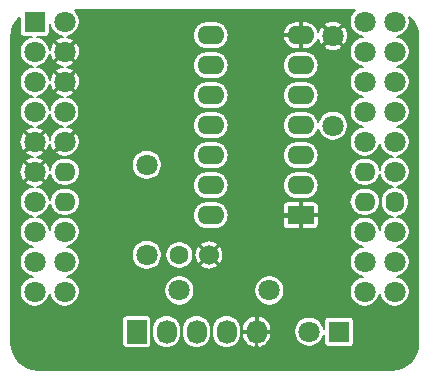
<source format=gtl>
G04 #@! TF.GenerationSoftware,KiCad,Pcbnew,(5.1.4)-1*
G04 #@! TF.CreationDate,2019-10-18T12:55:03+02:00*
G04 #@! TF.ProjectId,FV1-usbprog,4656312d-7573-4627-9072-6f672e6b6963,rev?*
G04 #@! TF.SameCoordinates,Original*
G04 #@! TF.FileFunction,Copper,L1,Top*
G04 #@! TF.FilePolarity,Positive*
%FSLAX46Y46*%
G04 Gerber Fmt 4.6, Leading zero omitted, Abs format (unit mm)*
G04 Created by KiCad (PCBNEW (5.1.4)-1) date 2019-10-18 12:55:03*
%MOMM*%
%LPD*%
G04 APERTURE LIST*
%ADD10O,1.727200X2.032000*%
%ADD11R,1.727200X2.032000*%
%ADD12R,1.800000X1.800000*%
%ADD13C,1.800000*%
%ADD14O,1.800000X1.600000*%
%ADD15O,1.600000X1.800000*%
%ADD16R,2.286000X1.574800*%
%ADD17O,2.286000X1.574800*%
%ADD18C,1.600000*%
%ADD19C,1.700000*%
%ADD20C,0.400000*%
%ADD21C,0.300000*%
%ADD22C,0.350000*%
%ADD23C,0.250000*%
%ADD24C,0.200000*%
G04 APERTURE END LIST*
D10*
X183790000Y-135500000D03*
X181250000Y-135500000D03*
X178710000Y-135500000D03*
X176170000Y-135500000D03*
D11*
X173630000Y-135500000D03*
D12*
X165000000Y-109250000D03*
D13*
X167540000Y-109250000D03*
X165000000Y-111790000D03*
X167540000Y-111790000D03*
X165000000Y-114330000D03*
X167540000Y-114330000D03*
X165000000Y-116870000D03*
X167540000Y-116870000D03*
X165000000Y-119410000D03*
X167540000Y-119410000D03*
X165000000Y-121950000D03*
D14*
X167540000Y-121950000D03*
D13*
X165000000Y-124490000D03*
D14*
X167540000Y-124490000D03*
D13*
X165000000Y-127030000D03*
X167540000Y-127030000D03*
X165000000Y-129570000D03*
X167540000Y-129570000D03*
X165000000Y-132110000D03*
X167540000Y-132110000D03*
X195480000Y-132110000D03*
X192940000Y-132110000D03*
X195480000Y-129570000D03*
X192940000Y-129570000D03*
X195480000Y-127030000D03*
X192940000Y-127030000D03*
D15*
X195480000Y-124490000D03*
D14*
X192940000Y-124490000D03*
D13*
X195480000Y-121950000D03*
D14*
X192940000Y-121950000D03*
D13*
X195480000Y-119410000D03*
X192940000Y-119410000D03*
X195480000Y-116870000D03*
X192940000Y-116870000D03*
X195480000Y-114330000D03*
X192940000Y-114330000D03*
X195480000Y-111790000D03*
X192940000Y-111790000D03*
X195480000Y-109250000D03*
X192940000Y-109250000D03*
D16*
X187521746Y-125636521D03*
D17*
X187521746Y-123096521D03*
X187521746Y-120556521D03*
X187521746Y-118016521D03*
X187521746Y-115476521D03*
X187521746Y-112936521D03*
X187521746Y-110396521D03*
X179901746Y-110396521D03*
X179901746Y-112936521D03*
X179901746Y-115476521D03*
X179901746Y-118016521D03*
X179901746Y-120556521D03*
X179901746Y-123096521D03*
X179901746Y-125636521D03*
D12*
X190770000Y-135500000D03*
D13*
X188230000Y-135500000D03*
D18*
X177250000Y-129000000D03*
D19*
X179750000Y-129000000D03*
D13*
X174500000Y-121380000D03*
X174500000Y-129000000D03*
X177250000Y-132000000D03*
X184870000Y-132000000D03*
X190250000Y-118060000D03*
X190250000Y-110440000D03*
D20*
X181250000Y-127500000D02*
X183500000Y-127500000D01*
X183500000Y-127500000D02*
X185363479Y-125636521D01*
D21*
X183790000Y-135500000D02*
X183790000Y-133040000D01*
X183790000Y-133040000D02*
X179750000Y-129000000D01*
D22*
X179750000Y-129000000D02*
X181250000Y-127500000D01*
D21*
X185363479Y-125636521D02*
X185250000Y-125523042D01*
X185250000Y-125523042D02*
X185250000Y-110750000D01*
X185250000Y-110750000D02*
X185603479Y-110396521D01*
X185603479Y-110396521D02*
X187521746Y-110396521D01*
X186712625Y-108500000D02*
X170830000Y-108500000D01*
X170830000Y-108500000D02*
X167540000Y-111790000D01*
X187521746Y-110396521D02*
X187521746Y-109309121D01*
X187521746Y-109309121D02*
X186712625Y-108500000D01*
X167540000Y-114330000D02*
X168439999Y-113430001D01*
X168439999Y-113430001D02*
X168439999Y-112689999D01*
X168439999Y-112689999D02*
X167540000Y-111790000D01*
X167540000Y-119410000D02*
X168840001Y-118109999D01*
X168840001Y-118109999D02*
X168840001Y-115630001D01*
X168840001Y-115630001D02*
X168439999Y-115229999D01*
X168439999Y-115229999D02*
X167540000Y-114330000D01*
X165000000Y-119410000D02*
X165899999Y-120309999D01*
X165899999Y-120309999D02*
X166640001Y-120309999D01*
X166640001Y-120309999D02*
X167540000Y-119410000D01*
X165000000Y-121950000D02*
X163715292Y-120665292D01*
X164100001Y-120309999D02*
X164070585Y-120309999D01*
X165000000Y-119410000D02*
X164100001Y-120309999D01*
X164070585Y-120309999D02*
X163715292Y-120665292D01*
D20*
X185363479Y-125636521D02*
X187521746Y-125636521D01*
D21*
X192940000Y-124490000D02*
X192940000Y-124560000D01*
D23*
X167540000Y-124490000D02*
X167550000Y-124500000D01*
D24*
G36*
X191945759Y-108434048D02*
G01*
X191805679Y-108643693D01*
X191709190Y-108876638D01*
X191660000Y-109123931D01*
X191660000Y-109376069D01*
X191709190Y-109623362D01*
X191805679Y-109856307D01*
X191945759Y-110065952D01*
X192124048Y-110244241D01*
X192333693Y-110384321D01*
X192566638Y-110480810D01*
X192763658Y-110520000D01*
X192566638Y-110559190D01*
X192333693Y-110655679D01*
X192124048Y-110795759D01*
X191945759Y-110974048D01*
X191805679Y-111183693D01*
X191709190Y-111416638D01*
X191660000Y-111663931D01*
X191660000Y-111916069D01*
X191709190Y-112163362D01*
X191805679Y-112396307D01*
X191945759Y-112605952D01*
X192124048Y-112784241D01*
X192333693Y-112924321D01*
X192566638Y-113020810D01*
X192763658Y-113060000D01*
X192566638Y-113099190D01*
X192333693Y-113195679D01*
X192124048Y-113335759D01*
X191945759Y-113514048D01*
X191805679Y-113723693D01*
X191709190Y-113956638D01*
X191660000Y-114203931D01*
X191660000Y-114456069D01*
X191709190Y-114703362D01*
X191805679Y-114936307D01*
X191945759Y-115145952D01*
X192124048Y-115324241D01*
X192333693Y-115464321D01*
X192566638Y-115560810D01*
X192763658Y-115600000D01*
X192566638Y-115639190D01*
X192333693Y-115735679D01*
X192124048Y-115875759D01*
X191945759Y-116054048D01*
X191805679Y-116263693D01*
X191709190Y-116496638D01*
X191660000Y-116743931D01*
X191660000Y-116996069D01*
X191709190Y-117243362D01*
X191805679Y-117476307D01*
X191945759Y-117685952D01*
X192124048Y-117864241D01*
X192333693Y-118004321D01*
X192566638Y-118100810D01*
X192763658Y-118140000D01*
X192566638Y-118179190D01*
X192333693Y-118275679D01*
X192124048Y-118415759D01*
X191945759Y-118594048D01*
X191805679Y-118803693D01*
X191709190Y-119036638D01*
X191660000Y-119283931D01*
X191660000Y-119536069D01*
X191709190Y-119783362D01*
X191805679Y-120016307D01*
X191945759Y-120225952D01*
X192124048Y-120404241D01*
X192333693Y-120544321D01*
X192566638Y-120640810D01*
X192813931Y-120690000D01*
X193066069Y-120690000D01*
X193313362Y-120640810D01*
X193546307Y-120544321D01*
X193755952Y-120404241D01*
X193934241Y-120225952D01*
X194074321Y-120016307D01*
X194170810Y-119783362D01*
X194210000Y-119586342D01*
X194249190Y-119783362D01*
X194345679Y-120016307D01*
X194485759Y-120225952D01*
X194664048Y-120404241D01*
X194873693Y-120544321D01*
X195106638Y-120640810D01*
X195303658Y-120680000D01*
X195106638Y-120719190D01*
X194873693Y-120815679D01*
X194664048Y-120955759D01*
X194485759Y-121134048D01*
X194345679Y-121343693D01*
X194249190Y-121576638D01*
X194208890Y-121779237D01*
X194202926Y-121718680D01*
X194135452Y-121496249D01*
X194025881Y-121291255D01*
X193878423Y-121111577D01*
X193698745Y-120964119D01*
X193493751Y-120854548D01*
X193271320Y-120787074D01*
X193097965Y-120770000D01*
X192782035Y-120770000D01*
X192608680Y-120787074D01*
X192386249Y-120854548D01*
X192181255Y-120964119D01*
X192001577Y-121111577D01*
X191854119Y-121291255D01*
X191744548Y-121496249D01*
X191677074Y-121718680D01*
X191654291Y-121950000D01*
X191677074Y-122181320D01*
X191744548Y-122403751D01*
X191854119Y-122608745D01*
X192001577Y-122788423D01*
X192181255Y-122935881D01*
X192386249Y-123045452D01*
X192608680Y-123112926D01*
X192782035Y-123130000D01*
X193097965Y-123130000D01*
X193271320Y-123112926D01*
X193493751Y-123045452D01*
X193698745Y-122935881D01*
X193878423Y-122788423D01*
X194025881Y-122608745D01*
X194135452Y-122403751D01*
X194202926Y-122181320D01*
X194208890Y-122120763D01*
X194249190Y-122323362D01*
X194345679Y-122556307D01*
X194485759Y-122765952D01*
X194664048Y-122944241D01*
X194873693Y-123084321D01*
X195106638Y-123180810D01*
X195309237Y-123221110D01*
X195248680Y-123227074D01*
X195026249Y-123294548D01*
X194821255Y-123404119D01*
X194641577Y-123551577D01*
X194494119Y-123731256D01*
X194384548Y-123936250D01*
X194317074Y-124158681D01*
X194300000Y-124332036D01*
X194300000Y-124647965D01*
X194317074Y-124821320D01*
X194384548Y-125043751D01*
X194494119Y-125248745D01*
X194641578Y-125428423D01*
X194821256Y-125575881D01*
X195026250Y-125685452D01*
X195248681Y-125752926D01*
X195309237Y-125758890D01*
X195106638Y-125799190D01*
X194873693Y-125895679D01*
X194664048Y-126035759D01*
X194485759Y-126214048D01*
X194345679Y-126423693D01*
X194249190Y-126656638D01*
X194210000Y-126853658D01*
X194170810Y-126656638D01*
X194074321Y-126423693D01*
X193934241Y-126214048D01*
X193755952Y-126035759D01*
X193546307Y-125895679D01*
X193313362Y-125799190D01*
X193066069Y-125750000D01*
X192813931Y-125750000D01*
X192566638Y-125799190D01*
X192333693Y-125895679D01*
X192124048Y-126035759D01*
X191945759Y-126214048D01*
X191805679Y-126423693D01*
X191709190Y-126656638D01*
X191660000Y-126903931D01*
X191660000Y-127156069D01*
X191709190Y-127403362D01*
X191805679Y-127636307D01*
X191945759Y-127845952D01*
X192124048Y-128024241D01*
X192333693Y-128164321D01*
X192566638Y-128260810D01*
X192763658Y-128300000D01*
X192566638Y-128339190D01*
X192333693Y-128435679D01*
X192124048Y-128575759D01*
X191945759Y-128754048D01*
X191805679Y-128963693D01*
X191709190Y-129196638D01*
X191660000Y-129443931D01*
X191660000Y-129696069D01*
X191709190Y-129943362D01*
X191805679Y-130176307D01*
X191945759Y-130385952D01*
X192124048Y-130564241D01*
X192333693Y-130704321D01*
X192566638Y-130800810D01*
X192763658Y-130840000D01*
X192566638Y-130879190D01*
X192333693Y-130975679D01*
X192124048Y-131115759D01*
X191945759Y-131294048D01*
X191805679Y-131503693D01*
X191709190Y-131736638D01*
X191660000Y-131983931D01*
X191660000Y-132236069D01*
X191709190Y-132483362D01*
X191805679Y-132716307D01*
X191945759Y-132925952D01*
X192124048Y-133104241D01*
X192333693Y-133244321D01*
X192566638Y-133340810D01*
X192813931Y-133390000D01*
X193066069Y-133390000D01*
X193313362Y-133340810D01*
X193546307Y-133244321D01*
X193755952Y-133104241D01*
X193934241Y-132925952D01*
X194074321Y-132716307D01*
X194170810Y-132483362D01*
X194210000Y-132286342D01*
X194249190Y-132483362D01*
X194345679Y-132716307D01*
X194485759Y-132925952D01*
X194664048Y-133104241D01*
X194873693Y-133244321D01*
X195106638Y-133340810D01*
X195353931Y-133390000D01*
X195606069Y-133390000D01*
X195853362Y-133340810D01*
X196086307Y-133244321D01*
X196295952Y-133104241D01*
X196474241Y-132925952D01*
X196614321Y-132716307D01*
X196710810Y-132483362D01*
X196760000Y-132236069D01*
X196760000Y-131983931D01*
X196710810Y-131736638D01*
X196614321Y-131503693D01*
X196474241Y-131294048D01*
X196295952Y-131115759D01*
X196086307Y-130975679D01*
X195853362Y-130879190D01*
X195656342Y-130840000D01*
X195853362Y-130800810D01*
X196086307Y-130704321D01*
X196295952Y-130564241D01*
X196474241Y-130385952D01*
X196614321Y-130176307D01*
X196710810Y-129943362D01*
X196760000Y-129696069D01*
X196760000Y-129443931D01*
X196710810Y-129196638D01*
X196614321Y-128963693D01*
X196474241Y-128754048D01*
X196295952Y-128575759D01*
X196086307Y-128435679D01*
X195853362Y-128339190D01*
X195656342Y-128300000D01*
X195853362Y-128260810D01*
X196086307Y-128164321D01*
X196295952Y-128024241D01*
X196474241Y-127845952D01*
X196614321Y-127636307D01*
X196710810Y-127403362D01*
X196760000Y-127156069D01*
X196760000Y-126903931D01*
X196710810Y-126656638D01*
X196614321Y-126423693D01*
X196474241Y-126214048D01*
X196295952Y-126035759D01*
X196086307Y-125895679D01*
X195853362Y-125799190D01*
X195650763Y-125758890D01*
X195711320Y-125752926D01*
X195933751Y-125685452D01*
X196138745Y-125575881D01*
X196318423Y-125428423D01*
X196465881Y-125248744D01*
X196575452Y-125043750D01*
X196642926Y-124821319D01*
X196660000Y-124647964D01*
X196660000Y-124332035D01*
X196642926Y-124158680D01*
X196575452Y-123936249D01*
X196465881Y-123731255D01*
X196318423Y-123551577D01*
X196138744Y-123404119D01*
X195933750Y-123294548D01*
X195711319Y-123227074D01*
X195650763Y-123221110D01*
X195853362Y-123180810D01*
X196086307Y-123084321D01*
X196295952Y-122944241D01*
X196474241Y-122765952D01*
X196614321Y-122556307D01*
X196710810Y-122323362D01*
X196760000Y-122076069D01*
X196760000Y-121823931D01*
X196710810Y-121576638D01*
X196614321Y-121343693D01*
X196474241Y-121134048D01*
X196295952Y-120955759D01*
X196086307Y-120815679D01*
X195853362Y-120719190D01*
X195656342Y-120680000D01*
X195853362Y-120640810D01*
X196086307Y-120544321D01*
X196295952Y-120404241D01*
X196474241Y-120225952D01*
X196614321Y-120016307D01*
X196710810Y-119783362D01*
X196760000Y-119536069D01*
X196760000Y-119283931D01*
X196710810Y-119036638D01*
X196614321Y-118803693D01*
X196474241Y-118594048D01*
X196295952Y-118415759D01*
X196086307Y-118275679D01*
X195853362Y-118179190D01*
X195656342Y-118140000D01*
X195853362Y-118100810D01*
X196086307Y-118004321D01*
X196295952Y-117864241D01*
X196474241Y-117685952D01*
X196614321Y-117476307D01*
X196710810Y-117243362D01*
X196760000Y-116996069D01*
X196760000Y-116743931D01*
X196710810Y-116496638D01*
X196614321Y-116263693D01*
X196474241Y-116054048D01*
X196295952Y-115875759D01*
X196086307Y-115735679D01*
X195853362Y-115639190D01*
X195656342Y-115600000D01*
X195853362Y-115560810D01*
X196086307Y-115464321D01*
X196295952Y-115324241D01*
X196474241Y-115145952D01*
X196614321Y-114936307D01*
X196710810Y-114703362D01*
X196760000Y-114456069D01*
X196760000Y-114203931D01*
X196710810Y-113956638D01*
X196614321Y-113723693D01*
X196474241Y-113514048D01*
X196295952Y-113335759D01*
X196086307Y-113195679D01*
X195853362Y-113099190D01*
X195656342Y-113060000D01*
X195853362Y-113020810D01*
X196086307Y-112924321D01*
X196295952Y-112784241D01*
X196474241Y-112605952D01*
X196614321Y-112396307D01*
X196710810Y-112163362D01*
X196760000Y-111916069D01*
X196760000Y-111663931D01*
X196710810Y-111416638D01*
X196614321Y-111183693D01*
X196474241Y-110974048D01*
X196295952Y-110795759D01*
X196086307Y-110655679D01*
X195853362Y-110559190D01*
X195656342Y-110520000D01*
X195853362Y-110480810D01*
X196086307Y-110384321D01*
X196295952Y-110244241D01*
X196474241Y-110065952D01*
X196614321Y-109856307D01*
X196710810Y-109623362D01*
X196760000Y-109376069D01*
X196760000Y-109123931D01*
X196710810Y-108876638D01*
X196691121Y-108829104D01*
X196811654Y-108927408D01*
X197087363Y-109260684D01*
X197293087Y-109641162D01*
X197420994Y-110054362D01*
X197470001Y-110520637D01*
X197470000Y-136461855D01*
X197424051Y-136930474D01*
X197299034Y-137344552D01*
X197095970Y-137726460D01*
X196822594Y-138061651D01*
X196489316Y-138337363D01*
X196108837Y-138543087D01*
X195695640Y-138670993D01*
X195229372Y-138720000D01*
X165288145Y-138720000D01*
X164819526Y-138674051D01*
X164405448Y-138549034D01*
X164023540Y-138345970D01*
X163688349Y-138072594D01*
X163412637Y-137739316D01*
X163206913Y-137358837D01*
X163079007Y-136945640D01*
X163030000Y-136479372D01*
X163030000Y-134484000D01*
X172384562Y-134484000D01*
X172384562Y-136516000D01*
X172391899Y-136590493D01*
X172413628Y-136662123D01*
X172448913Y-136728138D01*
X172496400Y-136786000D01*
X172554262Y-136833487D01*
X172620277Y-136868772D01*
X172691907Y-136890501D01*
X172766400Y-136897838D01*
X174493600Y-136897838D01*
X174568093Y-136890501D01*
X174639723Y-136868772D01*
X174705738Y-136833487D01*
X174763600Y-136786000D01*
X174811087Y-136728138D01*
X174846372Y-136662123D01*
X174868101Y-136590493D01*
X174875438Y-136516000D01*
X174875438Y-135286508D01*
X174926400Y-135286508D01*
X174926400Y-135713491D01*
X174944394Y-135896187D01*
X175015504Y-136130607D01*
X175130981Y-136346649D01*
X175286387Y-136536013D01*
X175475750Y-136691419D01*
X175691792Y-136806896D01*
X175926212Y-136878006D01*
X176170000Y-136902017D01*
X176413787Y-136878006D01*
X176648207Y-136806896D01*
X176864249Y-136691419D01*
X177053613Y-136536013D01*
X177209019Y-136346650D01*
X177324496Y-136130608D01*
X177395606Y-135896188D01*
X177413600Y-135713492D01*
X177413600Y-135286509D01*
X177413600Y-135286508D01*
X177466400Y-135286508D01*
X177466400Y-135713491D01*
X177484394Y-135896187D01*
X177555504Y-136130607D01*
X177670981Y-136346649D01*
X177826387Y-136536013D01*
X178015750Y-136691419D01*
X178231792Y-136806896D01*
X178466212Y-136878006D01*
X178710000Y-136902017D01*
X178953787Y-136878006D01*
X179188207Y-136806896D01*
X179404249Y-136691419D01*
X179593613Y-136536013D01*
X179749019Y-136346650D01*
X179864496Y-136130608D01*
X179935606Y-135896188D01*
X179953600Y-135713492D01*
X179953600Y-135286509D01*
X179953600Y-135286508D01*
X180006400Y-135286508D01*
X180006400Y-135713491D01*
X180024394Y-135896187D01*
X180095504Y-136130607D01*
X180210981Y-136346649D01*
X180366387Y-136536013D01*
X180555750Y-136691419D01*
X180771792Y-136806896D01*
X181006212Y-136878006D01*
X181250000Y-136902017D01*
X181493787Y-136878006D01*
X181728207Y-136806896D01*
X181944249Y-136691419D01*
X182133613Y-136536013D01*
X182289019Y-136346650D01*
X182404496Y-136130608D01*
X182475606Y-135896188D01*
X182493600Y-135713492D01*
X182493600Y-135575000D01*
X182546400Y-135575000D01*
X182546400Y-135727400D01*
X182584927Y-135968573D01*
X182669764Y-136197596D01*
X182797651Y-136405667D01*
X182963674Y-136584791D01*
X183161452Y-136728084D01*
X183383385Y-136830039D01*
X183521736Y-136866721D01*
X183715000Y-136798549D01*
X183715000Y-135575000D01*
X183865000Y-135575000D01*
X183865000Y-136798549D01*
X184058264Y-136866721D01*
X184196615Y-136830039D01*
X184418548Y-136728084D01*
X184616326Y-136584791D01*
X184782349Y-136405667D01*
X184910236Y-136197596D01*
X184995073Y-135968573D01*
X185033600Y-135727400D01*
X185033600Y-135575000D01*
X183865000Y-135575000D01*
X183715000Y-135575000D01*
X182546400Y-135575000D01*
X182493600Y-135575000D01*
X182493600Y-135286509D01*
X182492231Y-135272600D01*
X182546400Y-135272600D01*
X182546400Y-135425000D01*
X183715000Y-135425000D01*
X183715000Y-134201451D01*
X183865000Y-134201451D01*
X183865000Y-135425000D01*
X185033600Y-135425000D01*
X185033600Y-135373931D01*
X186950000Y-135373931D01*
X186950000Y-135626069D01*
X186999190Y-135873362D01*
X187095679Y-136106307D01*
X187235759Y-136315952D01*
X187414048Y-136494241D01*
X187623693Y-136634321D01*
X187856638Y-136730810D01*
X188103931Y-136780000D01*
X188356069Y-136780000D01*
X188603362Y-136730810D01*
X188836307Y-136634321D01*
X189045952Y-136494241D01*
X189224241Y-136315952D01*
X189364321Y-136106307D01*
X189460810Y-135873362D01*
X189488162Y-135735855D01*
X189488162Y-136400000D01*
X189495499Y-136474493D01*
X189517228Y-136546123D01*
X189552513Y-136612138D01*
X189600000Y-136670000D01*
X189657862Y-136717487D01*
X189723877Y-136752772D01*
X189795507Y-136774501D01*
X189870000Y-136781838D01*
X191670000Y-136781838D01*
X191744493Y-136774501D01*
X191816123Y-136752772D01*
X191882138Y-136717487D01*
X191940000Y-136670000D01*
X191987487Y-136612138D01*
X192022772Y-136546123D01*
X192044501Y-136474493D01*
X192051838Y-136400000D01*
X192051838Y-134600000D01*
X192044501Y-134525507D01*
X192022772Y-134453877D01*
X191987487Y-134387862D01*
X191940000Y-134330000D01*
X191882138Y-134282513D01*
X191816123Y-134247228D01*
X191744493Y-134225499D01*
X191670000Y-134218162D01*
X189870000Y-134218162D01*
X189795507Y-134225499D01*
X189723877Y-134247228D01*
X189657862Y-134282513D01*
X189600000Y-134330000D01*
X189552513Y-134387862D01*
X189517228Y-134453877D01*
X189495499Y-134525507D01*
X189488162Y-134600000D01*
X189488162Y-135264145D01*
X189460810Y-135126638D01*
X189364321Y-134893693D01*
X189224241Y-134684048D01*
X189045952Y-134505759D01*
X188836307Y-134365679D01*
X188603362Y-134269190D01*
X188356069Y-134220000D01*
X188103931Y-134220000D01*
X187856638Y-134269190D01*
X187623693Y-134365679D01*
X187414048Y-134505759D01*
X187235759Y-134684048D01*
X187095679Y-134893693D01*
X186999190Y-135126638D01*
X186950000Y-135373931D01*
X185033600Y-135373931D01*
X185033600Y-135272600D01*
X184995073Y-135031427D01*
X184910236Y-134802404D01*
X184782349Y-134594333D01*
X184616326Y-134415209D01*
X184418548Y-134271916D01*
X184196615Y-134169961D01*
X184058264Y-134133279D01*
X183865000Y-134201451D01*
X183715000Y-134201451D01*
X183521736Y-134133279D01*
X183383385Y-134169961D01*
X183161452Y-134271916D01*
X182963674Y-134415209D01*
X182797651Y-134594333D01*
X182669764Y-134802404D01*
X182584927Y-135031427D01*
X182546400Y-135272600D01*
X182492231Y-135272600D01*
X182475606Y-135103813D01*
X182404496Y-134869393D01*
X182289019Y-134653351D01*
X182133613Y-134463987D01*
X181944250Y-134308581D01*
X181728208Y-134193104D01*
X181493788Y-134121994D01*
X181250000Y-134097983D01*
X181006213Y-134121994D01*
X180771793Y-134193104D01*
X180555751Y-134308581D01*
X180366388Y-134463987D01*
X180210982Y-134653350D01*
X180095504Y-134869392D01*
X180024394Y-135103812D01*
X180006400Y-135286508D01*
X179953600Y-135286508D01*
X179935606Y-135103813D01*
X179864496Y-134869393D01*
X179749019Y-134653351D01*
X179593613Y-134463987D01*
X179404250Y-134308581D01*
X179188208Y-134193104D01*
X178953788Y-134121994D01*
X178710000Y-134097983D01*
X178466213Y-134121994D01*
X178231793Y-134193104D01*
X178015751Y-134308581D01*
X177826388Y-134463987D01*
X177670982Y-134653350D01*
X177555504Y-134869392D01*
X177484394Y-135103812D01*
X177466400Y-135286508D01*
X177413600Y-135286508D01*
X177395606Y-135103813D01*
X177324496Y-134869393D01*
X177209019Y-134653351D01*
X177053613Y-134463987D01*
X176864250Y-134308581D01*
X176648208Y-134193104D01*
X176413788Y-134121994D01*
X176170000Y-134097983D01*
X175926213Y-134121994D01*
X175691793Y-134193104D01*
X175475751Y-134308581D01*
X175286388Y-134463987D01*
X175130982Y-134653350D01*
X175015504Y-134869392D01*
X174944394Y-135103812D01*
X174926400Y-135286508D01*
X174875438Y-135286508D01*
X174875438Y-134484000D01*
X174868101Y-134409507D01*
X174846372Y-134337877D01*
X174811087Y-134271862D01*
X174763600Y-134214000D01*
X174705738Y-134166513D01*
X174639723Y-134131228D01*
X174568093Y-134109499D01*
X174493600Y-134102162D01*
X172766400Y-134102162D01*
X172691907Y-134109499D01*
X172620277Y-134131228D01*
X172554262Y-134166513D01*
X172496400Y-134214000D01*
X172448913Y-134271862D01*
X172413628Y-134337877D01*
X172391899Y-134409507D01*
X172384562Y-134484000D01*
X163030000Y-134484000D01*
X163030000Y-124363931D01*
X163720000Y-124363931D01*
X163720000Y-124616069D01*
X163769190Y-124863362D01*
X163865679Y-125096307D01*
X164005759Y-125305952D01*
X164184048Y-125484241D01*
X164393693Y-125624321D01*
X164626638Y-125720810D01*
X164823658Y-125760000D01*
X164626638Y-125799190D01*
X164393693Y-125895679D01*
X164184048Y-126035759D01*
X164005759Y-126214048D01*
X163865679Y-126423693D01*
X163769190Y-126656638D01*
X163720000Y-126903931D01*
X163720000Y-127156069D01*
X163769190Y-127403362D01*
X163865679Y-127636307D01*
X164005759Y-127845952D01*
X164184048Y-128024241D01*
X164393693Y-128164321D01*
X164626638Y-128260810D01*
X164823658Y-128300000D01*
X164626638Y-128339190D01*
X164393693Y-128435679D01*
X164184048Y-128575759D01*
X164005759Y-128754048D01*
X163865679Y-128963693D01*
X163769190Y-129196638D01*
X163720000Y-129443931D01*
X163720000Y-129696069D01*
X163769190Y-129943362D01*
X163865679Y-130176307D01*
X164005759Y-130385952D01*
X164184048Y-130564241D01*
X164393693Y-130704321D01*
X164626638Y-130800810D01*
X164823658Y-130840000D01*
X164626638Y-130879190D01*
X164393693Y-130975679D01*
X164184048Y-131115759D01*
X164005759Y-131294048D01*
X163865679Y-131503693D01*
X163769190Y-131736638D01*
X163720000Y-131983931D01*
X163720000Y-132236069D01*
X163769190Y-132483362D01*
X163865679Y-132716307D01*
X164005759Y-132925952D01*
X164184048Y-133104241D01*
X164393693Y-133244321D01*
X164626638Y-133340810D01*
X164873931Y-133390000D01*
X165126069Y-133390000D01*
X165373362Y-133340810D01*
X165606307Y-133244321D01*
X165815952Y-133104241D01*
X165994241Y-132925952D01*
X166134321Y-132716307D01*
X166230810Y-132483362D01*
X166270000Y-132286342D01*
X166309190Y-132483362D01*
X166405679Y-132716307D01*
X166545759Y-132925952D01*
X166724048Y-133104241D01*
X166933693Y-133244321D01*
X167166638Y-133340810D01*
X167413931Y-133390000D01*
X167666069Y-133390000D01*
X167913362Y-133340810D01*
X168146307Y-133244321D01*
X168355952Y-133104241D01*
X168534241Y-132925952D01*
X168674321Y-132716307D01*
X168770810Y-132483362D01*
X168820000Y-132236069D01*
X168820000Y-131983931D01*
X168798120Y-131873931D01*
X175970000Y-131873931D01*
X175970000Y-132126069D01*
X176019190Y-132373362D01*
X176115679Y-132606307D01*
X176255759Y-132815952D01*
X176434048Y-132994241D01*
X176643693Y-133134321D01*
X176876638Y-133230810D01*
X177123931Y-133280000D01*
X177376069Y-133280000D01*
X177623362Y-133230810D01*
X177856307Y-133134321D01*
X178065952Y-132994241D01*
X178244241Y-132815952D01*
X178384321Y-132606307D01*
X178480810Y-132373362D01*
X178530000Y-132126069D01*
X178530000Y-131873931D01*
X183590000Y-131873931D01*
X183590000Y-132126069D01*
X183639190Y-132373362D01*
X183735679Y-132606307D01*
X183875759Y-132815952D01*
X184054048Y-132994241D01*
X184263693Y-133134321D01*
X184496638Y-133230810D01*
X184743931Y-133280000D01*
X184996069Y-133280000D01*
X185243362Y-133230810D01*
X185476307Y-133134321D01*
X185685952Y-132994241D01*
X185864241Y-132815952D01*
X186004321Y-132606307D01*
X186100810Y-132373362D01*
X186150000Y-132126069D01*
X186150000Y-131873931D01*
X186100810Y-131626638D01*
X186004321Y-131393693D01*
X185864241Y-131184048D01*
X185685952Y-131005759D01*
X185476307Y-130865679D01*
X185243362Y-130769190D01*
X184996069Y-130720000D01*
X184743931Y-130720000D01*
X184496638Y-130769190D01*
X184263693Y-130865679D01*
X184054048Y-131005759D01*
X183875759Y-131184048D01*
X183735679Y-131393693D01*
X183639190Y-131626638D01*
X183590000Y-131873931D01*
X178530000Y-131873931D01*
X178480810Y-131626638D01*
X178384321Y-131393693D01*
X178244241Y-131184048D01*
X178065952Y-131005759D01*
X177856307Y-130865679D01*
X177623362Y-130769190D01*
X177376069Y-130720000D01*
X177123931Y-130720000D01*
X176876638Y-130769190D01*
X176643693Y-130865679D01*
X176434048Y-131005759D01*
X176255759Y-131184048D01*
X176115679Y-131393693D01*
X176019190Y-131626638D01*
X175970000Y-131873931D01*
X168798120Y-131873931D01*
X168770810Y-131736638D01*
X168674321Y-131503693D01*
X168534241Y-131294048D01*
X168355952Y-131115759D01*
X168146307Y-130975679D01*
X167913362Y-130879190D01*
X167716342Y-130840000D01*
X167913362Y-130800810D01*
X168146307Y-130704321D01*
X168355952Y-130564241D01*
X168534241Y-130385952D01*
X168674321Y-130176307D01*
X168770810Y-129943362D01*
X168820000Y-129696069D01*
X168820000Y-129443931D01*
X168770810Y-129196638D01*
X168674321Y-128963693D01*
X168614345Y-128873931D01*
X173220000Y-128873931D01*
X173220000Y-129126069D01*
X173269190Y-129373362D01*
X173365679Y-129606307D01*
X173505759Y-129815952D01*
X173684048Y-129994241D01*
X173893693Y-130134321D01*
X174126638Y-130230810D01*
X174373931Y-130280000D01*
X174626069Y-130280000D01*
X174873362Y-130230810D01*
X175106307Y-130134321D01*
X175315952Y-129994241D01*
X175494241Y-129815952D01*
X175634321Y-129606307D01*
X175730810Y-129373362D01*
X175780000Y-129126069D01*
X175780000Y-128883780D01*
X176070000Y-128883780D01*
X176070000Y-129116220D01*
X176115346Y-129344193D01*
X176204297Y-129558940D01*
X176333434Y-129752206D01*
X176497794Y-129916566D01*
X176691060Y-130045703D01*
X176905807Y-130134654D01*
X177133780Y-130180000D01*
X177366220Y-130180000D01*
X177594193Y-130134654D01*
X177808940Y-130045703D01*
X178002206Y-129916566D01*
X178060710Y-129858062D01*
X178998004Y-129858062D01*
X179085542Y-130042147D01*
X179301621Y-130151752D01*
X179534933Y-130217096D01*
X179776509Y-130235667D01*
X180017066Y-130206753D01*
X180247360Y-130131463D01*
X180414458Y-130042147D01*
X180501996Y-129858062D01*
X179750000Y-129106066D01*
X178998004Y-129858062D01*
X178060710Y-129858062D01*
X178166566Y-129752206D01*
X178295703Y-129558940D01*
X178384654Y-129344193D01*
X178430000Y-129116220D01*
X178430000Y-129026509D01*
X178514333Y-129026509D01*
X178543247Y-129267066D01*
X178618537Y-129497360D01*
X178707853Y-129664458D01*
X178891938Y-129751996D01*
X179643934Y-129000000D01*
X179856066Y-129000000D01*
X180608062Y-129751996D01*
X180792147Y-129664458D01*
X180901752Y-129448379D01*
X180967096Y-129215067D01*
X180985667Y-128973491D01*
X180956753Y-128732934D01*
X180881463Y-128502640D01*
X180792147Y-128335542D01*
X180608062Y-128248004D01*
X179856066Y-129000000D01*
X179643934Y-129000000D01*
X178891938Y-128248004D01*
X178707853Y-128335542D01*
X178598248Y-128551621D01*
X178532904Y-128784933D01*
X178514333Y-129026509D01*
X178430000Y-129026509D01*
X178430000Y-128883780D01*
X178384654Y-128655807D01*
X178295703Y-128441060D01*
X178166566Y-128247794D01*
X178060710Y-128141938D01*
X178998004Y-128141938D01*
X179750000Y-128893934D01*
X180501996Y-128141938D01*
X180414458Y-127957853D01*
X180198379Y-127848248D01*
X179965067Y-127782904D01*
X179723491Y-127764333D01*
X179482934Y-127793247D01*
X179252640Y-127868537D01*
X179085542Y-127957853D01*
X178998004Y-128141938D01*
X178060710Y-128141938D01*
X178002206Y-128083434D01*
X177808940Y-127954297D01*
X177594193Y-127865346D01*
X177366220Y-127820000D01*
X177133780Y-127820000D01*
X176905807Y-127865346D01*
X176691060Y-127954297D01*
X176497794Y-128083434D01*
X176333434Y-128247794D01*
X176204297Y-128441060D01*
X176115346Y-128655807D01*
X176070000Y-128883780D01*
X175780000Y-128883780D01*
X175780000Y-128873931D01*
X175730810Y-128626638D01*
X175634321Y-128393693D01*
X175494241Y-128184048D01*
X175315952Y-128005759D01*
X175106307Y-127865679D01*
X174873362Y-127769190D01*
X174626069Y-127720000D01*
X174373931Y-127720000D01*
X174126638Y-127769190D01*
X173893693Y-127865679D01*
X173684048Y-128005759D01*
X173505759Y-128184048D01*
X173365679Y-128393693D01*
X173269190Y-128626638D01*
X173220000Y-128873931D01*
X168614345Y-128873931D01*
X168534241Y-128754048D01*
X168355952Y-128575759D01*
X168146307Y-128435679D01*
X167913362Y-128339190D01*
X167716342Y-128300000D01*
X167913362Y-128260810D01*
X168146307Y-128164321D01*
X168355952Y-128024241D01*
X168534241Y-127845952D01*
X168674321Y-127636307D01*
X168770810Y-127403362D01*
X168820000Y-127156069D01*
X168820000Y-126903931D01*
X168770810Y-126656638D01*
X168674321Y-126423693D01*
X168534241Y-126214048D01*
X168355952Y-126035759D01*
X168146307Y-125895679D01*
X167913362Y-125799190D01*
X167666069Y-125750000D01*
X167413931Y-125750000D01*
X167166638Y-125799190D01*
X166933693Y-125895679D01*
X166724048Y-126035759D01*
X166545759Y-126214048D01*
X166405679Y-126423693D01*
X166309190Y-126656638D01*
X166270000Y-126853658D01*
X166230810Y-126656638D01*
X166134321Y-126423693D01*
X165994241Y-126214048D01*
X165815952Y-126035759D01*
X165606307Y-125895679D01*
X165373362Y-125799190D01*
X165176342Y-125760000D01*
X165373362Y-125720810D01*
X165606307Y-125624321D01*
X165815952Y-125484241D01*
X165994241Y-125305952D01*
X166134321Y-125096307D01*
X166230810Y-124863362D01*
X166271110Y-124660763D01*
X166277074Y-124721320D01*
X166344548Y-124943751D01*
X166454119Y-125148745D01*
X166601577Y-125328423D01*
X166781255Y-125475881D01*
X166986249Y-125585452D01*
X167208680Y-125652926D01*
X167382035Y-125670000D01*
X167697965Y-125670000D01*
X167871320Y-125652926D01*
X167925399Y-125636521D01*
X178373098Y-125636521D01*
X178395638Y-125865371D01*
X178462391Y-126085427D01*
X178570792Y-126288232D01*
X178716676Y-126465991D01*
X178894435Y-126611875D01*
X179097240Y-126720276D01*
X179317296Y-126787029D01*
X179488802Y-126803921D01*
X180314690Y-126803921D01*
X180486196Y-126787029D01*
X180706252Y-126720276D01*
X180909057Y-126611875D01*
X181086816Y-126465991D01*
X181121342Y-126423921D01*
X185996907Y-126423921D01*
X186004244Y-126498414D01*
X186025973Y-126570044D01*
X186061258Y-126636059D01*
X186108745Y-126693922D01*
X186166608Y-126741409D01*
X186232623Y-126776694D01*
X186304253Y-126798423D01*
X186378746Y-126805760D01*
X187351746Y-126803921D01*
X187446746Y-126708921D01*
X187446746Y-125711521D01*
X187596746Y-125711521D01*
X187596746Y-126708921D01*
X187691746Y-126803921D01*
X188664746Y-126805760D01*
X188739239Y-126798423D01*
X188810869Y-126776694D01*
X188876884Y-126741409D01*
X188934747Y-126693922D01*
X188982234Y-126636059D01*
X189017519Y-126570044D01*
X189039248Y-126498414D01*
X189046585Y-126423921D01*
X189044746Y-125806521D01*
X188949746Y-125711521D01*
X187596746Y-125711521D01*
X187446746Y-125711521D01*
X186093746Y-125711521D01*
X185998746Y-125806521D01*
X185996907Y-126423921D01*
X181121342Y-126423921D01*
X181232700Y-126288232D01*
X181341101Y-126085427D01*
X181407854Y-125865371D01*
X181430394Y-125636521D01*
X181407854Y-125407671D01*
X181341101Y-125187615D01*
X181232700Y-124984810D01*
X181121343Y-124849121D01*
X185996907Y-124849121D01*
X185998746Y-125466521D01*
X186093746Y-125561521D01*
X187446746Y-125561521D01*
X187446746Y-124564121D01*
X187596746Y-124564121D01*
X187596746Y-125561521D01*
X188949746Y-125561521D01*
X189044746Y-125466521D01*
X189046585Y-124849121D01*
X189039248Y-124774628D01*
X189017519Y-124702998D01*
X188982234Y-124636983D01*
X188934747Y-124579120D01*
X188876884Y-124531633D01*
X188810869Y-124496348D01*
X188789943Y-124490000D01*
X191654291Y-124490000D01*
X191677074Y-124721320D01*
X191744548Y-124943751D01*
X191854119Y-125148745D01*
X192001577Y-125328423D01*
X192181255Y-125475881D01*
X192386249Y-125585452D01*
X192608680Y-125652926D01*
X192782035Y-125670000D01*
X193097965Y-125670000D01*
X193271320Y-125652926D01*
X193493751Y-125585452D01*
X193698745Y-125475881D01*
X193878423Y-125328423D01*
X194025881Y-125148745D01*
X194135452Y-124943751D01*
X194202926Y-124721320D01*
X194225709Y-124490000D01*
X194202926Y-124258680D01*
X194135452Y-124036249D01*
X194025881Y-123831255D01*
X193878423Y-123651577D01*
X193698745Y-123504119D01*
X193493751Y-123394548D01*
X193271320Y-123327074D01*
X193097965Y-123310000D01*
X192782035Y-123310000D01*
X192608680Y-123327074D01*
X192386249Y-123394548D01*
X192181255Y-123504119D01*
X192001577Y-123651577D01*
X191854119Y-123831255D01*
X191744548Y-124036249D01*
X191677074Y-124258680D01*
X191654291Y-124490000D01*
X188789943Y-124490000D01*
X188739239Y-124474619D01*
X188664746Y-124467282D01*
X187691746Y-124469121D01*
X187596746Y-124564121D01*
X187446746Y-124564121D01*
X187351746Y-124469121D01*
X186378746Y-124467282D01*
X186304253Y-124474619D01*
X186232623Y-124496348D01*
X186166608Y-124531633D01*
X186108745Y-124579120D01*
X186061258Y-124636983D01*
X186025973Y-124702998D01*
X186004244Y-124774628D01*
X185996907Y-124849121D01*
X181121343Y-124849121D01*
X181086816Y-124807051D01*
X180909057Y-124661167D01*
X180706252Y-124552766D01*
X180486196Y-124486013D01*
X180314690Y-124469121D01*
X179488802Y-124469121D01*
X179317296Y-124486013D01*
X179097240Y-124552766D01*
X178894435Y-124661167D01*
X178716676Y-124807051D01*
X178570792Y-124984810D01*
X178462391Y-125187615D01*
X178395638Y-125407671D01*
X178373098Y-125636521D01*
X167925399Y-125636521D01*
X168093751Y-125585452D01*
X168298745Y-125475881D01*
X168478423Y-125328423D01*
X168625881Y-125148745D01*
X168735452Y-124943751D01*
X168802926Y-124721320D01*
X168825709Y-124490000D01*
X168802926Y-124258680D01*
X168735452Y-124036249D01*
X168625881Y-123831255D01*
X168478423Y-123651577D01*
X168298745Y-123504119D01*
X168093751Y-123394548D01*
X167871320Y-123327074D01*
X167697965Y-123310000D01*
X167382035Y-123310000D01*
X167208680Y-123327074D01*
X166986249Y-123394548D01*
X166781255Y-123504119D01*
X166601577Y-123651577D01*
X166454119Y-123831255D01*
X166344548Y-124036249D01*
X166277074Y-124258680D01*
X166271110Y-124319237D01*
X166230810Y-124116638D01*
X166134321Y-123883693D01*
X165994241Y-123674048D01*
X165815952Y-123495759D01*
X165606307Y-123355679D01*
X165373362Y-123259190D01*
X165170267Y-123218792D01*
X165274940Y-123206462D01*
X165514781Y-123128682D01*
X165694042Y-123032865D01*
X165787597Y-122843663D01*
X165000000Y-122056066D01*
X164212403Y-122843663D01*
X164305958Y-123032865D01*
X164530550Y-123147458D01*
X164773183Y-123216034D01*
X164823532Y-123220025D01*
X164626638Y-123259190D01*
X164393693Y-123355679D01*
X164184048Y-123495759D01*
X164005759Y-123674048D01*
X163865679Y-123883693D01*
X163769190Y-124116638D01*
X163720000Y-124363931D01*
X163030000Y-124363931D01*
X163030000Y-121974533D01*
X163714042Y-121974533D01*
X163743538Y-122224940D01*
X163821318Y-122464781D01*
X163917135Y-122644042D01*
X164106337Y-122737597D01*
X164893934Y-121950000D01*
X165106066Y-121950000D01*
X165893663Y-122737597D01*
X166082865Y-122644042D01*
X166197458Y-122419450D01*
X166266034Y-122176817D01*
X166270759Y-122117205D01*
X166277074Y-122181320D01*
X166344548Y-122403751D01*
X166454119Y-122608745D01*
X166601577Y-122788423D01*
X166781255Y-122935881D01*
X166986249Y-123045452D01*
X167208680Y-123112926D01*
X167382035Y-123130000D01*
X167697965Y-123130000D01*
X167871320Y-123112926D01*
X167925399Y-123096521D01*
X178373098Y-123096521D01*
X178395638Y-123325371D01*
X178462391Y-123545427D01*
X178570792Y-123748232D01*
X178716676Y-123925991D01*
X178894435Y-124071875D01*
X179097240Y-124180276D01*
X179317296Y-124247029D01*
X179488802Y-124263921D01*
X180314690Y-124263921D01*
X180486196Y-124247029D01*
X180706252Y-124180276D01*
X180909057Y-124071875D01*
X181086816Y-123925991D01*
X181232700Y-123748232D01*
X181341101Y-123545427D01*
X181407854Y-123325371D01*
X181430394Y-123096521D01*
X185993098Y-123096521D01*
X186015638Y-123325371D01*
X186082391Y-123545427D01*
X186190792Y-123748232D01*
X186336676Y-123925991D01*
X186514435Y-124071875D01*
X186717240Y-124180276D01*
X186937296Y-124247029D01*
X187108802Y-124263921D01*
X187934690Y-124263921D01*
X188106196Y-124247029D01*
X188326252Y-124180276D01*
X188529057Y-124071875D01*
X188706816Y-123925991D01*
X188852700Y-123748232D01*
X188961101Y-123545427D01*
X189027854Y-123325371D01*
X189050394Y-123096521D01*
X189027854Y-122867671D01*
X188961101Y-122647615D01*
X188852700Y-122444810D01*
X188706816Y-122267051D01*
X188529057Y-122121167D01*
X188326252Y-122012766D01*
X188106196Y-121946013D01*
X187934690Y-121929121D01*
X187108802Y-121929121D01*
X186937296Y-121946013D01*
X186717240Y-122012766D01*
X186514435Y-122121167D01*
X186336676Y-122267051D01*
X186190792Y-122444810D01*
X186082391Y-122647615D01*
X186015638Y-122867671D01*
X185993098Y-123096521D01*
X181430394Y-123096521D01*
X181407854Y-122867671D01*
X181341101Y-122647615D01*
X181232700Y-122444810D01*
X181086816Y-122267051D01*
X180909057Y-122121167D01*
X180706252Y-122012766D01*
X180486196Y-121946013D01*
X180314690Y-121929121D01*
X179488802Y-121929121D01*
X179317296Y-121946013D01*
X179097240Y-122012766D01*
X178894435Y-122121167D01*
X178716676Y-122267051D01*
X178570792Y-122444810D01*
X178462391Y-122647615D01*
X178395638Y-122867671D01*
X178373098Y-123096521D01*
X167925399Y-123096521D01*
X168093751Y-123045452D01*
X168298745Y-122935881D01*
X168478423Y-122788423D01*
X168625881Y-122608745D01*
X168735452Y-122403751D01*
X168802926Y-122181320D01*
X168825709Y-121950000D01*
X168802926Y-121718680D01*
X168735452Y-121496249D01*
X168625881Y-121291255D01*
X168595250Y-121253931D01*
X173220000Y-121253931D01*
X173220000Y-121506069D01*
X173269190Y-121753362D01*
X173365679Y-121986307D01*
X173505759Y-122195952D01*
X173684048Y-122374241D01*
X173893693Y-122514321D01*
X174126638Y-122610810D01*
X174373931Y-122660000D01*
X174626069Y-122660000D01*
X174873362Y-122610810D01*
X175106307Y-122514321D01*
X175315952Y-122374241D01*
X175494241Y-122195952D01*
X175634321Y-121986307D01*
X175730810Y-121753362D01*
X175780000Y-121506069D01*
X175780000Y-121253931D01*
X175730810Y-121006638D01*
X175634321Y-120773693D01*
X175494241Y-120564048D01*
X175486714Y-120556521D01*
X178373098Y-120556521D01*
X178395638Y-120785371D01*
X178462391Y-121005427D01*
X178570792Y-121208232D01*
X178716676Y-121385991D01*
X178894435Y-121531875D01*
X179097240Y-121640276D01*
X179317296Y-121707029D01*
X179488802Y-121723921D01*
X180314690Y-121723921D01*
X180486196Y-121707029D01*
X180706252Y-121640276D01*
X180909057Y-121531875D01*
X181086816Y-121385991D01*
X181232700Y-121208232D01*
X181341101Y-121005427D01*
X181407854Y-120785371D01*
X181430394Y-120556521D01*
X185993098Y-120556521D01*
X186015638Y-120785371D01*
X186082391Y-121005427D01*
X186190792Y-121208232D01*
X186336676Y-121385991D01*
X186514435Y-121531875D01*
X186717240Y-121640276D01*
X186937296Y-121707029D01*
X187108802Y-121723921D01*
X187934690Y-121723921D01*
X188106196Y-121707029D01*
X188326252Y-121640276D01*
X188529057Y-121531875D01*
X188706816Y-121385991D01*
X188852700Y-121208232D01*
X188961101Y-121005427D01*
X189027854Y-120785371D01*
X189050394Y-120556521D01*
X189027854Y-120327671D01*
X188961101Y-120107615D01*
X188852700Y-119904810D01*
X188706816Y-119727051D01*
X188529057Y-119581167D01*
X188326252Y-119472766D01*
X188106196Y-119406013D01*
X187934690Y-119389121D01*
X187108802Y-119389121D01*
X186937296Y-119406013D01*
X186717240Y-119472766D01*
X186514435Y-119581167D01*
X186336676Y-119727051D01*
X186190792Y-119904810D01*
X186082391Y-120107615D01*
X186015638Y-120327671D01*
X185993098Y-120556521D01*
X181430394Y-120556521D01*
X181407854Y-120327671D01*
X181341101Y-120107615D01*
X181232700Y-119904810D01*
X181086816Y-119727051D01*
X180909057Y-119581167D01*
X180706252Y-119472766D01*
X180486196Y-119406013D01*
X180314690Y-119389121D01*
X179488802Y-119389121D01*
X179317296Y-119406013D01*
X179097240Y-119472766D01*
X178894435Y-119581167D01*
X178716676Y-119727051D01*
X178570792Y-119904810D01*
X178462391Y-120107615D01*
X178395638Y-120327671D01*
X178373098Y-120556521D01*
X175486714Y-120556521D01*
X175315952Y-120385759D01*
X175106307Y-120245679D01*
X174873362Y-120149190D01*
X174626069Y-120100000D01*
X174373931Y-120100000D01*
X174126638Y-120149190D01*
X173893693Y-120245679D01*
X173684048Y-120385759D01*
X173505759Y-120564048D01*
X173365679Y-120773693D01*
X173269190Y-121006638D01*
X173220000Y-121253931D01*
X168595250Y-121253931D01*
X168478423Y-121111577D01*
X168298745Y-120964119D01*
X168093751Y-120854548D01*
X167871320Y-120787074D01*
X167697965Y-120770000D01*
X167382035Y-120770000D01*
X167208680Y-120787074D01*
X166986249Y-120854548D01*
X166781255Y-120964119D01*
X166601577Y-121111577D01*
X166454119Y-121291255D01*
X166344548Y-121496249D01*
X166277074Y-121718680D01*
X166270027Y-121790225D01*
X166256462Y-121675060D01*
X166178682Y-121435219D01*
X166082865Y-121255958D01*
X165893663Y-121162403D01*
X165106066Y-121950000D01*
X164893934Y-121950000D01*
X164106337Y-121162403D01*
X163917135Y-121255958D01*
X163802542Y-121480550D01*
X163733966Y-121723183D01*
X163714042Y-121974533D01*
X163030000Y-121974533D01*
X163030000Y-120303663D01*
X164212403Y-120303663D01*
X164305958Y-120492865D01*
X164530550Y-120607458D01*
X164773183Y-120676034D01*
X164833243Y-120680795D01*
X164725060Y-120693538D01*
X164485219Y-120771318D01*
X164305958Y-120867135D01*
X164212403Y-121056337D01*
X165000000Y-121843934D01*
X165787597Y-121056337D01*
X165694042Y-120867135D01*
X165469450Y-120752542D01*
X165226817Y-120683966D01*
X165166757Y-120679205D01*
X165274940Y-120666462D01*
X165514781Y-120588682D01*
X165694042Y-120492865D01*
X165787597Y-120303663D01*
X165000000Y-119516066D01*
X164212403Y-120303663D01*
X163030000Y-120303663D01*
X163030000Y-119434533D01*
X163714042Y-119434533D01*
X163743538Y-119684940D01*
X163821318Y-119924781D01*
X163917135Y-120104042D01*
X164106337Y-120197597D01*
X164893934Y-119410000D01*
X164106337Y-118622403D01*
X163917135Y-118715958D01*
X163802542Y-118940550D01*
X163733966Y-119183183D01*
X163714042Y-119434533D01*
X163030000Y-119434533D01*
X163030000Y-110538145D01*
X163075949Y-110069526D01*
X163200966Y-109655448D01*
X163404032Y-109273538D01*
X163677408Y-108938346D01*
X163718162Y-108904632D01*
X163718162Y-110150000D01*
X163725499Y-110224493D01*
X163747228Y-110296123D01*
X163782513Y-110362138D01*
X163830000Y-110420000D01*
X163887862Y-110467487D01*
X163953877Y-110502772D01*
X164025507Y-110524501D01*
X164100000Y-110531838D01*
X164764145Y-110531838D01*
X164626638Y-110559190D01*
X164393693Y-110655679D01*
X164184048Y-110795759D01*
X164005759Y-110974048D01*
X163865679Y-111183693D01*
X163769190Y-111416638D01*
X163720000Y-111663931D01*
X163720000Y-111916069D01*
X163769190Y-112163362D01*
X163865679Y-112396307D01*
X164005759Y-112605952D01*
X164184048Y-112784241D01*
X164393693Y-112924321D01*
X164626638Y-113020810D01*
X164823658Y-113060000D01*
X164626638Y-113099190D01*
X164393693Y-113195679D01*
X164184048Y-113335759D01*
X164005759Y-113514048D01*
X163865679Y-113723693D01*
X163769190Y-113956638D01*
X163720000Y-114203931D01*
X163720000Y-114456069D01*
X163769190Y-114703362D01*
X163865679Y-114936307D01*
X164005759Y-115145952D01*
X164184048Y-115324241D01*
X164393693Y-115464321D01*
X164626638Y-115560810D01*
X164823658Y-115600000D01*
X164626638Y-115639190D01*
X164393693Y-115735679D01*
X164184048Y-115875759D01*
X164005759Y-116054048D01*
X163865679Y-116263693D01*
X163769190Y-116496638D01*
X163720000Y-116743931D01*
X163720000Y-116996069D01*
X163769190Y-117243362D01*
X163865679Y-117476307D01*
X164005759Y-117685952D01*
X164184048Y-117864241D01*
X164393693Y-118004321D01*
X164626638Y-118100810D01*
X164829733Y-118141208D01*
X164725060Y-118153538D01*
X164485219Y-118231318D01*
X164305958Y-118327135D01*
X164212403Y-118516337D01*
X165000000Y-119303934D01*
X165787597Y-118516337D01*
X165694042Y-118327135D01*
X165469450Y-118212542D01*
X165226817Y-118143966D01*
X165176468Y-118139975D01*
X165373362Y-118100810D01*
X165606307Y-118004321D01*
X165815952Y-117864241D01*
X165994241Y-117685952D01*
X166134321Y-117476307D01*
X166230810Y-117243362D01*
X166270000Y-117046342D01*
X166309190Y-117243362D01*
X166405679Y-117476307D01*
X166545759Y-117685952D01*
X166724048Y-117864241D01*
X166933693Y-118004321D01*
X167166638Y-118100810D01*
X167363658Y-118140000D01*
X167166638Y-118179190D01*
X166933693Y-118275679D01*
X166724048Y-118415759D01*
X166545759Y-118594048D01*
X166405679Y-118803693D01*
X166309190Y-119036638D01*
X166268792Y-119239733D01*
X166256462Y-119135060D01*
X166178682Y-118895219D01*
X166082865Y-118715958D01*
X165893663Y-118622403D01*
X165106066Y-119410000D01*
X165893663Y-120197597D01*
X166082865Y-120104042D01*
X166197458Y-119879450D01*
X166266034Y-119636817D01*
X166270025Y-119586468D01*
X166309190Y-119783362D01*
X166405679Y-120016307D01*
X166545759Y-120225952D01*
X166724048Y-120404241D01*
X166933693Y-120544321D01*
X167166638Y-120640810D01*
X167413931Y-120690000D01*
X167666069Y-120690000D01*
X167913362Y-120640810D01*
X168146307Y-120544321D01*
X168355952Y-120404241D01*
X168534241Y-120225952D01*
X168674321Y-120016307D01*
X168770810Y-119783362D01*
X168820000Y-119536069D01*
X168820000Y-119283931D01*
X168770810Y-119036638D01*
X168674321Y-118803693D01*
X168534241Y-118594048D01*
X168355952Y-118415759D01*
X168146307Y-118275679D01*
X167913362Y-118179190D01*
X167716342Y-118140000D01*
X167913362Y-118100810D01*
X168116853Y-118016521D01*
X178373098Y-118016521D01*
X178395638Y-118245371D01*
X178462391Y-118465427D01*
X178570792Y-118668232D01*
X178716676Y-118845991D01*
X178894435Y-118991875D01*
X179097240Y-119100276D01*
X179317296Y-119167029D01*
X179488802Y-119183921D01*
X180314690Y-119183921D01*
X180486196Y-119167029D01*
X180706252Y-119100276D01*
X180909057Y-118991875D01*
X181086816Y-118845991D01*
X181232700Y-118668232D01*
X181341101Y-118465427D01*
X181407854Y-118245371D01*
X181430394Y-118016521D01*
X185993098Y-118016521D01*
X186015638Y-118245371D01*
X186082391Y-118465427D01*
X186190792Y-118668232D01*
X186336676Y-118845991D01*
X186514435Y-118991875D01*
X186717240Y-119100276D01*
X186937296Y-119167029D01*
X187108802Y-119183921D01*
X187934690Y-119183921D01*
X188106196Y-119167029D01*
X188326252Y-119100276D01*
X188529057Y-118991875D01*
X188706816Y-118845991D01*
X188852700Y-118668232D01*
X188961101Y-118465427D01*
X189000037Y-118337073D01*
X189019190Y-118433362D01*
X189115679Y-118666307D01*
X189255759Y-118875952D01*
X189434048Y-119054241D01*
X189643693Y-119194321D01*
X189876638Y-119290810D01*
X190123931Y-119340000D01*
X190376069Y-119340000D01*
X190623362Y-119290810D01*
X190856307Y-119194321D01*
X191065952Y-119054241D01*
X191244241Y-118875952D01*
X191384321Y-118666307D01*
X191480810Y-118433362D01*
X191530000Y-118186069D01*
X191530000Y-117933931D01*
X191480810Y-117686638D01*
X191384321Y-117453693D01*
X191244241Y-117244048D01*
X191065952Y-117065759D01*
X190856307Y-116925679D01*
X190623362Y-116829190D01*
X190376069Y-116780000D01*
X190123931Y-116780000D01*
X189876638Y-116829190D01*
X189643693Y-116925679D01*
X189434048Y-117065759D01*
X189255759Y-117244048D01*
X189115679Y-117453693D01*
X189019190Y-117686638D01*
X189010484Y-117730408D01*
X188961101Y-117567615D01*
X188852700Y-117364810D01*
X188706816Y-117187051D01*
X188529057Y-117041167D01*
X188326252Y-116932766D01*
X188106196Y-116866013D01*
X187934690Y-116849121D01*
X187108802Y-116849121D01*
X186937296Y-116866013D01*
X186717240Y-116932766D01*
X186514435Y-117041167D01*
X186336676Y-117187051D01*
X186190792Y-117364810D01*
X186082391Y-117567615D01*
X186015638Y-117787671D01*
X185993098Y-118016521D01*
X181430394Y-118016521D01*
X181407854Y-117787671D01*
X181341101Y-117567615D01*
X181232700Y-117364810D01*
X181086816Y-117187051D01*
X180909057Y-117041167D01*
X180706252Y-116932766D01*
X180486196Y-116866013D01*
X180314690Y-116849121D01*
X179488802Y-116849121D01*
X179317296Y-116866013D01*
X179097240Y-116932766D01*
X178894435Y-117041167D01*
X178716676Y-117187051D01*
X178570792Y-117364810D01*
X178462391Y-117567615D01*
X178395638Y-117787671D01*
X178373098Y-118016521D01*
X168116853Y-118016521D01*
X168146307Y-118004321D01*
X168355952Y-117864241D01*
X168534241Y-117685952D01*
X168674321Y-117476307D01*
X168770810Y-117243362D01*
X168820000Y-116996069D01*
X168820000Y-116743931D01*
X168770810Y-116496638D01*
X168674321Y-116263693D01*
X168534241Y-116054048D01*
X168355952Y-115875759D01*
X168146307Y-115735679D01*
X167913362Y-115639190D01*
X167710267Y-115598792D01*
X167814940Y-115586462D01*
X168054781Y-115508682D01*
X168114949Y-115476521D01*
X178373098Y-115476521D01*
X178395638Y-115705371D01*
X178462391Y-115925427D01*
X178570792Y-116128232D01*
X178716676Y-116305991D01*
X178894435Y-116451875D01*
X179097240Y-116560276D01*
X179317296Y-116627029D01*
X179488802Y-116643921D01*
X180314690Y-116643921D01*
X180486196Y-116627029D01*
X180706252Y-116560276D01*
X180909057Y-116451875D01*
X181086816Y-116305991D01*
X181232700Y-116128232D01*
X181341101Y-115925427D01*
X181407854Y-115705371D01*
X181430394Y-115476521D01*
X185993098Y-115476521D01*
X186015638Y-115705371D01*
X186082391Y-115925427D01*
X186190792Y-116128232D01*
X186336676Y-116305991D01*
X186514435Y-116451875D01*
X186717240Y-116560276D01*
X186937296Y-116627029D01*
X187108802Y-116643921D01*
X187934690Y-116643921D01*
X188106196Y-116627029D01*
X188326252Y-116560276D01*
X188529057Y-116451875D01*
X188706816Y-116305991D01*
X188852700Y-116128232D01*
X188961101Y-115925427D01*
X189027854Y-115705371D01*
X189050394Y-115476521D01*
X189027854Y-115247671D01*
X188961101Y-115027615D01*
X188852700Y-114824810D01*
X188706816Y-114647051D01*
X188529057Y-114501167D01*
X188326252Y-114392766D01*
X188106196Y-114326013D01*
X187934690Y-114309121D01*
X187108802Y-114309121D01*
X186937296Y-114326013D01*
X186717240Y-114392766D01*
X186514435Y-114501167D01*
X186336676Y-114647051D01*
X186190792Y-114824810D01*
X186082391Y-115027615D01*
X186015638Y-115247671D01*
X185993098Y-115476521D01*
X181430394Y-115476521D01*
X181407854Y-115247671D01*
X181341101Y-115027615D01*
X181232700Y-114824810D01*
X181086816Y-114647051D01*
X180909057Y-114501167D01*
X180706252Y-114392766D01*
X180486196Y-114326013D01*
X180314690Y-114309121D01*
X179488802Y-114309121D01*
X179317296Y-114326013D01*
X179097240Y-114392766D01*
X178894435Y-114501167D01*
X178716676Y-114647051D01*
X178570792Y-114824810D01*
X178462391Y-115027615D01*
X178395638Y-115247671D01*
X178373098Y-115476521D01*
X168114949Y-115476521D01*
X168234042Y-115412865D01*
X168327597Y-115223663D01*
X167540000Y-114436066D01*
X166752403Y-115223663D01*
X166845958Y-115412865D01*
X167070550Y-115527458D01*
X167313183Y-115596034D01*
X167363532Y-115600025D01*
X167166638Y-115639190D01*
X166933693Y-115735679D01*
X166724048Y-115875759D01*
X166545759Y-116054048D01*
X166405679Y-116263693D01*
X166309190Y-116496638D01*
X166270000Y-116693658D01*
X166230810Y-116496638D01*
X166134321Y-116263693D01*
X165994241Y-116054048D01*
X165815952Y-115875759D01*
X165606307Y-115735679D01*
X165373362Y-115639190D01*
X165176342Y-115600000D01*
X165373362Y-115560810D01*
X165606307Y-115464321D01*
X165815952Y-115324241D01*
X165994241Y-115145952D01*
X166134321Y-114936307D01*
X166230810Y-114703362D01*
X166271208Y-114500267D01*
X166283538Y-114604940D01*
X166361318Y-114844781D01*
X166457135Y-115024042D01*
X166646337Y-115117597D01*
X167433934Y-114330000D01*
X167646066Y-114330000D01*
X168433663Y-115117597D01*
X168622865Y-115024042D01*
X168737458Y-114799450D01*
X168806034Y-114556817D01*
X168825958Y-114305467D01*
X168796462Y-114055060D01*
X168718682Y-113815219D01*
X168622865Y-113635958D01*
X168433663Y-113542403D01*
X167646066Y-114330000D01*
X167433934Y-114330000D01*
X166646337Y-113542403D01*
X166457135Y-113635958D01*
X166342542Y-113860550D01*
X166273966Y-114103183D01*
X166269975Y-114153532D01*
X166230810Y-113956638D01*
X166134321Y-113723693D01*
X165994241Y-113514048D01*
X165815952Y-113335759D01*
X165606307Y-113195679D01*
X165373362Y-113099190D01*
X165176342Y-113060000D01*
X165373362Y-113020810D01*
X165606307Y-112924321D01*
X165815952Y-112784241D01*
X165916530Y-112683663D01*
X166752403Y-112683663D01*
X166845958Y-112872865D01*
X167070550Y-112987458D01*
X167313183Y-113056034D01*
X167373243Y-113060795D01*
X167265060Y-113073538D01*
X167025219Y-113151318D01*
X166845958Y-113247135D01*
X166752403Y-113436337D01*
X167540000Y-114223934D01*
X168327597Y-113436337D01*
X168234042Y-113247135D01*
X168009450Y-113132542D01*
X167766817Y-113063966D01*
X167706757Y-113059205D01*
X167814940Y-113046462D01*
X168054781Y-112968682D01*
X168114949Y-112936521D01*
X178373098Y-112936521D01*
X178395638Y-113165371D01*
X178462391Y-113385427D01*
X178570792Y-113588232D01*
X178716676Y-113765991D01*
X178894435Y-113911875D01*
X179097240Y-114020276D01*
X179317296Y-114087029D01*
X179488802Y-114103921D01*
X180314690Y-114103921D01*
X180486196Y-114087029D01*
X180706252Y-114020276D01*
X180909057Y-113911875D01*
X181086816Y-113765991D01*
X181232700Y-113588232D01*
X181341101Y-113385427D01*
X181407854Y-113165371D01*
X181430394Y-112936521D01*
X185993098Y-112936521D01*
X186015638Y-113165371D01*
X186082391Y-113385427D01*
X186190792Y-113588232D01*
X186336676Y-113765991D01*
X186514435Y-113911875D01*
X186717240Y-114020276D01*
X186937296Y-114087029D01*
X187108802Y-114103921D01*
X187934690Y-114103921D01*
X188106196Y-114087029D01*
X188326252Y-114020276D01*
X188529057Y-113911875D01*
X188706816Y-113765991D01*
X188852700Y-113588232D01*
X188961101Y-113385427D01*
X189027854Y-113165371D01*
X189050394Y-112936521D01*
X189027854Y-112707671D01*
X188961101Y-112487615D01*
X188852700Y-112284810D01*
X188706816Y-112107051D01*
X188529057Y-111961167D01*
X188326252Y-111852766D01*
X188106196Y-111786013D01*
X187934690Y-111769121D01*
X187108802Y-111769121D01*
X186937296Y-111786013D01*
X186717240Y-111852766D01*
X186514435Y-111961167D01*
X186336676Y-112107051D01*
X186190792Y-112284810D01*
X186082391Y-112487615D01*
X186015638Y-112707671D01*
X185993098Y-112936521D01*
X181430394Y-112936521D01*
X181407854Y-112707671D01*
X181341101Y-112487615D01*
X181232700Y-112284810D01*
X181086816Y-112107051D01*
X180909057Y-111961167D01*
X180706252Y-111852766D01*
X180486196Y-111786013D01*
X180314690Y-111769121D01*
X179488802Y-111769121D01*
X179317296Y-111786013D01*
X179097240Y-111852766D01*
X178894435Y-111961167D01*
X178716676Y-112107051D01*
X178570792Y-112284810D01*
X178462391Y-112487615D01*
X178395638Y-112707671D01*
X178373098Y-112936521D01*
X168114949Y-112936521D01*
X168234042Y-112872865D01*
X168327597Y-112683663D01*
X167540000Y-111896066D01*
X166752403Y-112683663D01*
X165916530Y-112683663D01*
X165994241Y-112605952D01*
X166134321Y-112396307D01*
X166230810Y-112163362D01*
X166271208Y-111960267D01*
X166283538Y-112064940D01*
X166361318Y-112304781D01*
X166457135Y-112484042D01*
X166646337Y-112577597D01*
X167433934Y-111790000D01*
X167646066Y-111790000D01*
X168433663Y-112577597D01*
X168622865Y-112484042D01*
X168737458Y-112259450D01*
X168806034Y-112016817D01*
X168825958Y-111765467D01*
X168796462Y-111515060D01*
X168718682Y-111275219D01*
X168622865Y-111095958D01*
X168433663Y-111002403D01*
X167646066Y-111790000D01*
X167433934Y-111790000D01*
X166646337Y-111002403D01*
X166457135Y-111095958D01*
X166342542Y-111320550D01*
X166273966Y-111563183D01*
X166269975Y-111613532D01*
X166230810Y-111416638D01*
X166134321Y-111183693D01*
X165994241Y-110974048D01*
X165815952Y-110795759D01*
X165606307Y-110655679D01*
X165373362Y-110559190D01*
X165235855Y-110531838D01*
X165900000Y-110531838D01*
X165974493Y-110524501D01*
X166046123Y-110502772D01*
X166112138Y-110467487D01*
X166170000Y-110420000D01*
X166217487Y-110362138D01*
X166252772Y-110296123D01*
X166274501Y-110224493D01*
X166281838Y-110150000D01*
X166281838Y-109485855D01*
X166309190Y-109623362D01*
X166405679Y-109856307D01*
X166545759Y-110065952D01*
X166724048Y-110244241D01*
X166933693Y-110384321D01*
X167166638Y-110480810D01*
X167369733Y-110521208D01*
X167265060Y-110533538D01*
X167025219Y-110611318D01*
X166845958Y-110707135D01*
X166752403Y-110896337D01*
X167540000Y-111683934D01*
X168327597Y-110896337D01*
X168234042Y-110707135D01*
X168009450Y-110592542D01*
X167766817Y-110523966D01*
X167716468Y-110519975D01*
X167913362Y-110480810D01*
X168116853Y-110396521D01*
X178373098Y-110396521D01*
X178395638Y-110625371D01*
X178462391Y-110845427D01*
X178570792Y-111048232D01*
X178716676Y-111225991D01*
X178894435Y-111371875D01*
X179097240Y-111480276D01*
X179317296Y-111547029D01*
X179488802Y-111563921D01*
X180314690Y-111563921D01*
X180486196Y-111547029D01*
X180706252Y-111480276D01*
X180909057Y-111371875D01*
X181086816Y-111225991D01*
X181232700Y-111048232D01*
X181341101Y-110845427D01*
X181399520Y-110652842D01*
X186027234Y-110652842D01*
X186058908Y-110773975D01*
X186153821Y-110982734D01*
X186287637Y-111168965D01*
X186455214Y-111325511D01*
X186650111Y-111446357D01*
X186864839Y-111526858D01*
X187091146Y-111563921D01*
X187446746Y-111563921D01*
X187446746Y-110471521D01*
X186096372Y-110471521D01*
X186027234Y-110652842D01*
X181399520Y-110652842D01*
X181407854Y-110625371D01*
X181430394Y-110396521D01*
X181407854Y-110167671D01*
X181399521Y-110140200D01*
X186027234Y-110140200D01*
X186096372Y-110321521D01*
X187446746Y-110321521D01*
X187446746Y-109229121D01*
X187596746Y-109229121D01*
X187596746Y-110321521D01*
X187616746Y-110321521D01*
X187616746Y-110471521D01*
X187596746Y-110471521D01*
X187596746Y-111563921D01*
X187952346Y-111563921D01*
X188178653Y-111526858D01*
X188393381Y-111446357D01*
X188575130Y-111333663D01*
X189462403Y-111333663D01*
X189555958Y-111522865D01*
X189780550Y-111637458D01*
X190023183Y-111706034D01*
X190274533Y-111725958D01*
X190524940Y-111696462D01*
X190764781Y-111618682D01*
X190944042Y-111522865D01*
X191037597Y-111333663D01*
X190250000Y-110546066D01*
X189462403Y-111333663D01*
X188575130Y-111333663D01*
X188588278Y-111325511D01*
X188755855Y-111168965D01*
X188889671Y-110982734D01*
X188984584Y-110773975D01*
X188997127Y-110726007D01*
X189071318Y-110954781D01*
X189167135Y-111134042D01*
X189356337Y-111227597D01*
X190143934Y-110440000D01*
X190356066Y-110440000D01*
X191143663Y-111227597D01*
X191332865Y-111134042D01*
X191447458Y-110909450D01*
X191516034Y-110666817D01*
X191535958Y-110415467D01*
X191506462Y-110165060D01*
X191428682Y-109925219D01*
X191332865Y-109745958D01*
X191143663Y-109652403D01*
X190356066Y-110440000D01*
X190143934Y-110440000D01*
X189356337Y-109652403D01*
X189167135Y-109745958D01*
X189052542Y-109970550D01*
X189010652Y-110118762D01*
X188984584Y-110019067D01*
X188889671Y-109810308D01*
X188755855Y-109624077D01*
X188672638Y-109546337D01*
X189462403Y-109546337D01*
X190250000Y-110333934D01*
X191037597Y-109546337D01*
X190944042Y-109357135D01*
X190719450Y-109242542D01*
X190476817Y-109173966D01*
X190225467Y-109154042D01*
X189975060Y-109183538D01*
X189735219Y-109261318D01*
X189555958Y-109357135D01*
X189462403Y-109546337D01*
X188672638Y-109546337D01*
X188588278Y-109467531D01*
X188393381Y-109346685D01*
X188178653Y-109266184D01*
X187952346Y-109229121D01*
X187596746Y-109229121D01*
X187446746Y-109229121D01*
X187091146Y-109229121D01*
X186864839Y-109266184D01*
X186650111Y-109346685D01*
X186455214Y-109467531D01*
X186287637Y-109624077D01*
X186153821Y-109810308D01*
X186058908Y-110019067D01*
X186027234Y-110140200D01*
X181399521Y-110140200D01*
X181341101Y-109947615D01*
X181232700Y-109744810D01*
X181086816Y-109567051D01*
X180909057Y-109421167D01*
X180706252Y-109312766D01*
X180486196Y-109246013D01*
X180314690Y-109229121D01*
X179488802Y-109229121D01*
X179317296Y-109246013D01*
X179097240Y-109312766D01*
X178894435Y-109421167D01*
X178716676Y-109567051D01*
X178570792Y-109744810D01*
X178462391Y-109947615D01*
X178395638Y-110167671D01*
X178373098Y-110396521D01*
X168116853Y-110396521D01*
X168146307Y-110384321D01*
X168355952Y-110244241D01*
X168534241Y-110065952D01*
X168674321Y-109856307D01*
X168770810Y-109623362D01*
X168820000Y-109376069D01*
X168820000Y-109123931D01*
X168770810Y-108876638D01*
X168674321Y-108643693D01*
X168534241Y-108434048D01*
X168380193Y-108280000D01*
X192099807Y-108280000D01*
X191945759Y-108434048D01*
X191945759Y-108434048D01*
G37*
X191945759Y-108434048D02*
X191805679Y-108643693D01*
X191709190Y-108876638D01*
X191660000Y-109123931D01*
X191660000Y-109376069D01*
X191709190Y-109623362D01*
X191805679Y-109856307D01*
X191945759Y-110065952D01*
X192124048Y-110244241D01*
X192333693Y-110384321D01*
X192566638Y-110480810D01*
X192763658Y-110520000D01*
X192566638Y-110559190D01*
X192333693Y-110655679D01*
X192124048Y-110795759D01*
X191945759Y-110974048D01*
X191805679Y-111183693D01*
X191709190Y-111416638D01*
X191660000Y-111663931D01*
X191660000Y-111916069D01*
X191709190Y-112163362D01*
X191805679Y-112396307D01*
X191945759Y-112605952D01*
X192124048Y-112784241D01*
X192333693Y-112924321D01*
X192566638Y-113020810D01*
X192763658Y-113060000D01*
X192566638Y-113099190D01*
X192333693Y-113195679D01*
X192124048Y-113335759D01*
X191945759Y-113514048D01*
X191805679Y-113723693D01*
X191709190Y-113956638D01*
X191660000Y-114203931D01*
X191660000Y-114456069D01*
X191709190Y-114703362D01*
X191805679Y-114936307D01*
X191945759Y-115145952D01*
X192124048Y-115324241D01*
X192333693Y-115464321D01*
X192566638Y-115560810D01*
X192763658Y-115600000D01*
X192566638Y-115639190D01*
X192333693Y-115735679D01*
X192124048Y-115875759D01*
X191945759Y-116054048D01*
X191805679Y-116263693D01*
X191709190Y-116496638D01*
X191660000Y-116743931D01*
X191660000Y-116996069D01*
X191709190Y-117243362D01*
X191805679Y-117476307D01*
X191945759Y-117685952D01*
X192124048Y-117864241D01*
X192333693Y-118004321D01*
X192566638Y-118100810D01*
X192763658Y-118140000D01*
X192566638Y-118179190D01*
X192333693Y-118275679D01*
X192124048Y-118415759D01*
X191945759Y-118594048D01*
X191805679Y-118803693D01*
X191709190Y-119036638D01*
X191660000Y-119283931D01*
X191660000Y-119536069D01*
X191709190Y-119783362D01*
X191805679Y-120016307D01*
X191945759Y-120225952D01*
X192124048Y-120404241D01*
X192333693Y-120544321D01*
X192566638Y-120640810D01*
X192813931Y-120690000D01*
X193066069Y-120690000D01*
X193313362Y-120640810D01*
X193546307Y-120544321D01*
X193755952Y-120404241D01*
X193934241Y-120225952D01*
X194074321Y-120016307D01*
X194170810Y-119783362D01*
X194210000Y-119586342D01*
X194249190Y-119783362D01*
X194345679Y-120016307D01*
X194485759Y-120225952D01*
X194664048Y-120404241D01*
X194873693Y-120544321D01*
X195106638Y-120640810D01*
X195303658Y-120680000D01*
X195106638Y-120719190D01*
X194873693Y-120815679D01*
X194664048Y-120955759D01*
X194485759Y-121134048D01*
X194345679Y-121343693D01*
X194249190Y-121576638D01*
X194208890Y-121779237D01*
X194202926Y-121718680D01*
X194135452Y-121496249D01*
X194025881Y-121291255D01*
X193878423Y-121111577D01*
X193698745Y-120964119D01*
X193493751Y-120854548D01*
X193271320Y-120787074D01*
X193097965Y-120770000D01*
X192782035Y-120770000D01*
X192608680Y-120787074D01*
X192386249Y-120854548D01*
X192181255Y-120964119D01*
X192001577Y-121111577D01*
X191854119Y-121291255D01*
X191744548Y-121496249D01*
X191677074Y-121718680D01*
X191654291Y-121950000D01*
X191677074Y-122181320D01*
X191744548Y-122403751D01*
X191854119Y-122608745D01*
X192001577Y-122788423D01*
X192181255Y-122935881D01*
X192386249Y-123045452D01*
X192608680Y-123112926D01*
X192782035Y-123130000D01*
X193097965Y-123130000D01*
X193271320Y-123112926D01*
X193493751Y-123045452D01*
X193698745Y-122935881D01*
X193878423Y-122788423D01*
X194025881Y-122608745D01*
X194135452Y-122403751D01*
X194202926Y-122181320D01*
X194208890Y-122120763D01*
X194249190Y-122323362D01*
X194345679Y-122556307D01*
X194485759Y-122765952D01*
X194664048Y-122944241D01*
X194873693Y-123084321D01*
X195106638Y-123180810D01*
X195309237Y-123221110D01*
X195248680Y-123227074D01*
X195026249Y-123294548D01*
X194821255Y-123404119D01*
X194641577Y-123551577D01*
X194494119Y-123731256D01*
X194384548Y-123936250D01*
X194317074Y-124158681D01*
X194300000Y-124332036D01*
X194300000Y-124647965D01*
X194317074Y-124821320D01*
X194384548Y-125043751D01*
X194494119Y-125248745D01*
X194641578Y-125428423D01*
X194821256Y-125575881D01*
X195026250Y-125685452D01*
X195248681Y-125752926D01*
X195309237Y-125758890D01*
X195106638Y-125799190D01*
X194873693Y-125895679D01*
X194664048Y-126035759D01*
X194485759Y-126214048D01*
X194345679Y-126423693D01*
X194249190Y-126656638D01*
X194210000Y-126853658D01*
X194170810Y-126656638D01*
X194074321Y-126423693D01*
X193934241Y-126214048D01*
X193755952Y-126035759D01*
X193546307Y-125895679D01*
X193313362Y-125799190D01*
X193066069Y-125750000D01*
X192813931Y-125750000D01*
X192566638Y-125799190D01*
X192333693Y-125895679D01*
X192124048Y-126035759D01*
X191945759Y-126214048D01*
X191805679Y-126423693D01*
X191709190Y-126656638D01*
X191660000Y-126903931D01*
X191660000Y-127156069D01*
X191709190Y-127403362D01*
X191805679Y-127636307D01*
X191945759Y-127845952D01*
X192124048Y-128024241D01*
X192333693Y-128164321D01*
X192566638Y-128260810D01*
X192763658Y-128300000D01*
X192566638Y-128339190D01*
X192333693Y-128435679D01*
X192124048Y-128575759D01*
X191945759Y-128754048D01*
X191805679Y-128963693D01*
X191709190Y-129196638D01*
X191660000Y-129443931D01*
X191660000Y-129696069D01*
X191709190Y-129943362D01*
X191805679Y-130176307D01*
X191945759Y-130385952D01*
X192124048Y-130564241D01*
X192333693Y-130704321D01*
X192566638Y-130800810D01*
X192763658Y-130840000D01*
X192566638Y-130879190D01*
X192333693Y-130975679D01*
X192124048Y-131115759D01*
X191945759Y-131294048D01*
X191805679Y-131503693D01*
X191709190Y-131736638D01*
X191660000Y-131983931D01*
X191660000Y-132236069D01*
X191709190Y-132483362D01*
X191805679Y-132716307D01*
X191945759Y-132925952D01*
X192124048Y-133104241D01*
X192333693Y-133244321D01*
X192566638Y-133340810D01*
X192813931Y-133390000D01*
X193066069Y-133390000D01*
X193313362Y-133340810D01*
X193546307Y-133244321D01*
X193755952Y-133104241D01*
X193934241Y-132925952D01*
X194074321Y-132716307D01*
X194170810Y-132483362D01*
X194210000Y-132286342D01*
X194249190Y-132483362D01*
X194345679Y-132716307D01*
X194485759Y-132925952D01*
X194664048Y-133104241D01*
X194873693Y-133244321D01*
X195106638Y-133340810D01*
X195353931Y-133390000D01*
X195606069Y-133390000D01*
X195853362Y-133340810D01*
X196086307Y-133244321D01*
X196295952Y-133104241D01*
X196474241Y-132925952D01*
X196614321Y-132716307D01*
X196710810Y-132483362D01*
X196760000Y-132236069D01*
X196760000Y-131983931D01*
X196710810Y-131736638D01*
X196614321Y-131503693D01*
X196474241Y-131294048D01*
X196295952Y-131115759D01*
X196086307Y-130975679D01*
X195853362Y-130879190D01*
X195656342Y-130840000D01*
X195853362Y-130800810D01*
X196086307Y-130704321D01*
X196295952Y-130564241D01*
X196474241Y-130385952D01*
X196614321Y-130176307D01*
X196710810Y-129943362D01*
X196760000Y-129696069D01*
X196760000Y-129443931D01*
X196710810Y-129196638D01*
X196614321Y-128963693D01*
X196474241Y-128754048D01*
X196295952Y-128575759D01*
X196086307Y-128435679D01*
X195853362Y-128339190D01*
X195656342Y-128300000D01*
X195853362Y-128260810D01*
X196086307Y-128164321D01*
X196295952Y-128024241D01*
X196474241Y-127845952D01*
X196614321Y-127636307D01*
X196710810Y-127403362D01*
X196760000Y-127156069D01*
X196760000Y-126903931D01*
X196710810Y-126656638D01*
X196614321Y-126423693D01*
X196474241Y-126214048D01*
X196295952Y-126035759D01*
X196086307Y-125895679D01*
X195853362Y-125799190D01*
X195650763Y-125758890D01*
X195711320Y-125752926D01*
X195933751Y-125685452D01*
X196138745Y-125575881D01*
X196318423Y-125428423D01*
X196465881Y-125248744D01*
X196575452Y-125043750D01*
X196642926Y-124821319D01*
X196660000Y-124647964D01*
X196660000Y-124332035D01*
X196642926Y-124158680D01*
X196575452Y-123936249D01*
X196465881Y-123731255D01*
X196318423Y-123551577D01*
X196138744Y-123404119D01*
X195933750Y-123294548D01*
X195711319Y-123227074D01*
X195650763Y-123221110D01*
X195853362Y-123180810D01*
X196086307Y-123084321D01*
X196295952Y-122944241D01*
X196474241Y-122765952D01*
X196614321Y-122556307D01*
X196710810Y-122323362D01*
X196760000Y-122076069D01*
X196760000Y-121823931D01*
X196710810Y-121576638D01*
X196614321Y-121343693D01*
X196474241Y-121134048D01*
X196295952Y-120955759D01*
X196086307Y-120815679D01*
X195853362Y-120719190D01*
X195656342Y-120680000D01*
X195853362Y-120640810D01*
X196086307Y-120544321D01*
X196295952Y-120404241D01*
X196474241Y-120225952D01*
X196614321Y-120016307D01*
X196710810Y-119783362D01*
X196760000Y-119536069D01*
X196760000Y-119283931D01*
X196710810Y-119036638D01*
X196614321Y-118803693D01*
X196474241Y-118594048D01*
X196295952Y-118415759D01*
X196086307Y-118275679D01*
X195853362Y-118179190D01*
X195656342Y-118140000D01*
X195853362Y-118100810D01*
X196086307Y-118004321D01*
X196295952Y-117864241D01*
X196474241Y-117685952D01*
X196614321Y-117476307D01*
X196710810Y-117243362D01*
X196760000Y-116996069D01*
X196760000Y-116743931D01*
X196710810Y-116496638D01*
X196614321Y-116263693D01*
X196474241Y-116054048D01*
X196295952Y-115875759D01*
X196086307Y-115735679D01*
X195853362Y-115639190D01*
X195656342Y-115600000D01*
X195853362Y-115560810D01*
X196086307Y-115464321D01*
X196295952Y-115324241D01*
X196474241Y-115145952D01*
X196614321Y-114936307D01*
X196710810Y-114703362D01*
X196760000Y-114456069D01*
X196760000Y-114203931D01*
X196710810Y-113956638D01*
X196614321Y-113723693D01*
X196474241Y-113514048D01*
X196295952Y-113335759D01*
X196086307Y-113195679D01*
X195853362Y-113099190D01*
X195656342Y-113060000D01*
X195853362Y-113020810D01*
X196086307Y-112924321D01*
X196295952Y-112784241D01*
X196474241Y-112605952D01*
X196614321Y-112396307D01*
X196710810Y-112163362D01*
X196760000Y-111916069D01*
X196760000Y-111663931D01*
X196710810Y-111416638D01*
X196614321Y-111183693D01*
X196474241Y-110974048D01*
X196295952Y-110795759D01*
X196086307Y-110655679D01*
X195853362Y-110559190D01*
X195656342Y-110520000D01*
X195853362Y-110480810D01*
X196086307Y-110384321D01*
X196295952Y-110244241D01*
X196474241Y-110065952D01*
X196614321Y-109856307D01*
X196710810Y-109623362D01*
X196760000Y-109376069D01*
X196760000Y-109123931D01*
X196710810Y-108876638D01*
X196691121Y-108829104D01*
X196811654Y-108927408D01*
X197087363Y-109260684D01*
X197293087Y-109641162D01*
X197420994Y-110054362D01*
X197470001Y-110520637D01*
X197470000Y-136461855D01*
X197424051Y-136930474D01*
X197299034Y-137344552D01*
X197095970Y-137726460D01*
X196822594Y-138061651D01*
X196489316Y-138337363D01*
X196108837Y-138543087D01*
X195695640Y-138670993D01*
X195229372Y-138720000D01*
X165288145Y-138720000D01*
X164819526Y-138674051D01*
X164405448Y-138549034D01*
X164023540Y-138345970D01*
X163688349Y-138072594D01*
X163412637Y-137739316D01*
X163206913Y-137358837D01*
X163079007Y-136945640D01*
X163030000Y-136479372D01*
X163030000Y-134484000D01*
X172384562Y-134484000D01*
X172384562Y-136516000D01*
X172391899Y-136590493D01*
X172413628Y-136662123D01*
X172448913Y-136728138D01*
X172496400Y-136786000D01*
X172554262Y-136833487D01*
X172620277Y-136868772D01*
X172691907Y-136890501D01*
X172766400Y-136897838D01*
X174493600Y-136897838D01*
X174568093Y-136890501D01*
X174639723Y-136868772D01*
X174705738Y-136833487D01*
X174763600Y-136786000D01*
X174811087Y-136728138D01*
X174846372Y-136662123D01*
X174868101Y-136590493D01*
X174875438Y-136516000D01*
X174875438Y-135286508D01*
X174926400Y-135286508D01*
X174926400Y-135713491D01*
X174944394Y-135896187D01*
X175015504Y-136130607D01*
X175130981Y-136346649D01*
X175286387Y-136536013D01*
X175475750Y-136691419D01*
X175691792Y-136806896D01*
X175926212Y-136878006D01*
X176170000Y-136902017D01*
X176413787Y-136878006D01*
X176648207Y-136806896D01*
X176864249Y-136691419D01*
X177053613Y-136536013D01*
X177209019Y-136346650D01*
X177324496Y-136130608D01*
X177395606Y-135896188D01*
X177413600Y-135713492D01*
X177413600Y-135286509D01*
X177413600Y-135286508D01*
X177466400Y-135286508D01*
X177466400Y-135713491D01*
X177484394Y-135896187D01*
X177555504Y-136130607D01*
X177670981Y-136346649D01*
X177826387Y-136536013D01*
X178015750Y-136691419D01*
X178231792Y-136806896D01*
X178466212Y-136878006D01*
X178710000Y-136902017D01*
X178953787Y-136878006D01*
X179188207Y-136806896D01*
X179404249Y-136691419D01*
X179593613Y-136536013D01*
X179749019Y-136346650D01*
X179864496Y-136130608D01*
X179935606Y-135896188D01*
X179953600Y-135713492D01*
X179953600Y-135286509D01*
X179953600Y-135286508D01*
X180006400Y-135286508D01*
X180006400Y-135713491D01*
X180024394Y-135896187D01*
X180095504Y-136130607D01*
X180210981Y-136346649D01*
X180366387Y-136536013D01*
X180555750Y-136691419D01*
X180771792Y-136806896D01*
X181006212Y-136878006D01*
X181250000Y-136902017D01*
X181493787Y-136878006D01*
X181728207Y-136806896D01*
X181944249Y-136691419D01*
X182133613Y-136536013D01*
X182289019Y-136346650D01*
X182404496Y-136130608D01*
X182475606Y-135896188D01*
X182493600Y-135713492D01*
X182493600Y-135575000D01*
X182546400Y-135575000D01*
X182546400Y-135727400D01*
X182584927Y-135968573D01*
X182669764Y-136197596D01*
X182797651Y-136405667D01*
X182963674Y-136584791D01*
X183161452Y-136728084D01*
X183383385Y-136830039D01*
X183521736Y-136866721D01*
X183715000Y-136798549D01*
X183715000Y-135575000D01*
X183865000Y-135575000D01*
X183865000Y-136798549D01*
X184058264Y-136866721D01*
X184196615Y-136830039D01*
X184418548Y-136728084D01*
X184616326Y-136584791D01*
X184782349Y-136405667D01*
X184910236Y-136197596D01*
X184995073Y-135968573D01*
X185033600Y-135727400D01*
X185033600Y-135575000D01*
X183865000Y-135575000D01*
X183715000Y-135575000D01*
X182546400Y-135575000D01*
X182493600Y-135575000D01*
X182493600Y-135286509D01*
X182492231Y-135272600D01*
X182546400Y-135272600D01*
X182546400Y-135425000D01*
X183715000Y-135425000D01*
X183715000Y-134201451D01*
X183865000Y-134201451D01*
X183865000Y-135425000D01*
X185033600Y-135425000D01*
X185033600Y-135373931D01*
X186950000Y-135373931D01*
X186950000Y-135626069D01*
X186999190Y-135873362D01*
X187095679Y-136106307D01*
X187235759Y-136315952D01*
X187414048Y-136494241D01*
X187623693Y-136634321D01*
X187856638Y-136730810D01*
X188103931Y-136780000D01*
X188356069Y-136780000D01*
X188603362Y-136730810D01*
X188836307Y-136634321D01*
X189045952Y-136494241D01*
X189224241Y-136315952D01*
X189364321Y-136106307D01*
X189460810Y-135873362D01*
X189488162Y-135735855D01*
X189488162Y-136400000D01*
X189495499Y-136474493D01*
X189517228Y-136546123D01*
X189552513Y-136612138D01*
X189600000Y-136670000D01*
X189657862Y-136717487D01*
X189723877Y-136752772D01*
X189795507Y-136774501D01*
X189870000Y-136781838D01*
X191670000Y-136781838D01*
X191744493Y-136774501D01*
X191816123Y-136752772D01*
X191882138Y-136717487D01*
X191940000Y-136670000D01*
X191987487Y-136612138D01*
X192022772Y-136546123D01*
X192044501Y-136474493D01*
X192051838Y-136400000D01*
X192051838Y-134600000D01*
X192044501Y-134525507D01*
X192022772Y-134453877D01*
X191987487Y-134387862D01*
X191940000Y-134330000D01*
X191882138Y-134282513D01*
X191816123Y-134247228D01*
X191744493Y-134225499D01*
X191670000Y-134218162D01*
X189870000Y-134218162D01*
X189795507Y-134225499D01*
X189723877Y-134247228D01*
X189657862Y-134282513D01*
X189600000Y-134330000D01*
X189552513Y-134387862D01*
X189517228Y-134453877D01*
X189495499Y-134525507D01*
X189488162Y-134600000D01*
X189488162Y-135264145D01*
X189460810Y-135126638D01*
X189364321Y-134893693D01*
X189224241Y-134684048D01*
X189045952Y-134505759D01*
X188836307Y-134365679D01*
X188603362Y-134269190D01*
X188356069Y-134220000D01*
X188103931Y-134220000D01*
X187856638Y-134269190D01*
X187623693Y-134365679D01*
X187414048Y-134505759D01*
X187235759Y-134684048D01*
X187095679Y-134893693D01*
X186999190Y-135126638D01*
X186950000Y-135373931D01*
X185033600Y-135373931D01*
X185033600Y-135272600D01*
X184995073Y-135031427D01*
X184910236Y-134802404D01*
X184782349Y-134594333D01*
X184616326Y-134415209D01*
X184418548Y-134271916D01*
X184196615Y-134169961D01*
X184058264Y-134133279D01*
X183865000Y-134201451D01*
X183715000Y-134201451D01*
X183521736Y-134133279D01*
X183383385Y-134169961D01*
X183161452Y-134271916D01*
X182963674Y-134415209D01*
X182797651Y-134594333D01*
X182669764Y-134802404D01*
X182584927Y-135031427D01*
X182546400Y-135272600D01*
X182492231Y-135272600D01*
X182475606Y-135103813D01*
X182404496Y-134869393D01*
X182289019Y-134653351D01*
X182133613Y-134463987D01*
X181944250Y-134308581D01*
X181728208Y-134193104D01*
X181493788Y-134121994D01*
X181250000Y-134097983D01*
X181006213Y-134121994D01*
X180771793Y-134193104D01*
X180555751Y-134308581D01*
X180366388Y-134463987D01*
X180210982Y-134653350D01*
X180095504Y-134869392D01*
X180024394Y-135103812D01*
X180006400Y-135286508D01*
X179953600Y-135286508D01*
X179935606Y-135103813D01*
X179864496Y-134869393D01*
X179749019Y-134653351D01*
X179593613Y-134463987D01*
X179404250Y-134308581D01*
X179188208Y-134193104D01*
X178953788Y-134121994D01*
X178710000Y-134097983D01*
X178466213Y-134121994D01*
X178231793Y-134193104D01*
X178015751Y-134308581D01*
X177826388Y-134463987D01*
X177670982Y-134653350D01*
X177555504Y-134869392D01*
X177484394Y-135103812D01*
X177466400Y-135286508D01*
X177413600Y-135286508D01*
X177395606Y-135103813D01*
X177324496Y-134869393D01*
X177209019Y-134653351D01*
X177053613Y-134463987D01*
X176864250Y-134308581D01*
X176648208Y-134193104D01*
X176413788Y-134121994D01*
X176170000Y-134097983D01*
X175926213Y-134121994D01*
X175691793Y-134193104D01*
X175475751Y-134308581D01*
X175286388Y-134463987D01*
X175130982Y-134653350D01*
X175015504Y-134869392D01*
X174944394Y-135103812D01*
X174926400Y-135286508D01*
X174875438Y-135286508D01*
X174875438Y-134484000D01*
X174868101Y-134409507D01*
X174846372Y-134337877D01*
X174811087Y-134271862D01*
X174763600Y-134214000D01*
X174705738Y-134166513D01*
X174639723Y-134131228D01*
X174568093Y-134109499D01*
X174493600Y-134102162D01*
X172766400Y-134102162D01*
X172691907Y-134109499D01*
X172620277Y-134131228D01*
X172554262Y-134166513D01*
X172496400Y-134214000D01*
X172448913Y-134271862D01*
X172413628Y-134337877D01*
X172391899Y-134409507D01*
X172384562Y-134484000D01*
X163030000Y-134484000D01*
X163030000Y-124363931D01*
X163720000Y-124363931D01*
X163720000Y-124616069D01*
X163769190Y-124863362D01*
X163865679Y-125096307D01*
X164005759Y-125305952D01*
X164184048Y-125484241D01*
X164393693Y-125624321D01*
X164626638Y-125720810D01*
X164823658Y-125760000D01*
X164626638Y-125799190D01*
X164393693Y-125895679D01*
X164184048Y-126035759D01*
X164005759Y-126214048D01*
X163865679Y-126423693D01*
X163769190Y-126656638D01*
X163720000Y-126903931D01*
X163720000Y-127156069D01*
X163769190Y-127403362D01*
X163865679Y-127636307D01*
X164005759Y-127845952D01*
X164184048Y-128024241D01*
X164393693Y-128164321D01*
X164626638Y-128260810D01*
X164823658Y-128300000D01*
X164626638Y-128339190D01*
X164393693Y-128435679D01*
X164184048Y-128575759D01*
X164005759Y-128754048D01*
X163865679Y-128963693D01*
X163769190Y-129196638D01*
X163720000Y-129443931D01*
X163720000Y-129696069D01*
X163769190Y-129943362D01*
X163865679Y-130176307D01*
X164005759Y-130385952D01*
X164184048Y-130564241D01*
X164393693Y-130704321D01*
X164626638Y-130800810D01*
X164823658Y-130840000D01*
X164626638Y-130879190D01*
X164393693Y-130975679D01*
X164184048Y-131115759D01*
X164005759Y-131294048D01*
X163865679Y-131503693D01*
X163769190Y-131736638D01*
X163720000Y-131983931D01*
X163720000Y-132236069D01*
X163769190Y-132483362D01*
X163865679Y-132716307D01*
X164005759Y-132925952D01*
X164184048Y-133104241D01*
X164393693Y-133244321D01*
X164626638Y-133340810D01*
X164873931Y-133390000D01*
X165126069Y-133390000D01*
X165373362Y-133340810D01*
X165606307Y-133244321D01*
X165815952Y-133104241D01*
X165994241Y-132925952D01*
X166134321Y-132716307D01*
X166230810Y-132483362D01*
X166270000Y-132286342D01*
X166309190Y-132483362D01*
X166405679Y-132716307D01*
X166545759Y-132925952D01*
X166724048Y-133104241D01*
X166933693Y-133244321D01*
X167166638Y-133340810D01*
X167413931Y-133390000D01*
X167666069Y-133390000D01*
X167913362Y-133340810D01*
X168146307Y-133244321D01*
X168355952Y-133104241D01*
X168534241Y-132925952D01*
X168674321Y-132716307D01*
X168770810Y-132483362D01*
X168820000Y-132236069D01*
X168820000Y-131983931D01*
X168798120Y-131873931D01*
X175970000Y-131873931D01*
X175970000Y-132126069D01*
X176019190Y-132373362D01*
X176115679Y-132606307D01*
X176255759Y-132815952D01*
X176434048Y-132994241D01*
X176643693Y-133134321D01*
X176876638Y-133230810D01*
X177123931Y-133280000D01*
X177376069Y-133280000D01*
X177623362Y-133230810D01*
X177856307Y-133134321D01*
X178065952Y-132994241D01*
X178244241Y-132815952D01*
X178384321Y-132606307D01*
X178480810Y-132373362D01*
X178530000Y-132126069D01*
X178530000Y-131873931D01*
X183590000Y-131873931D01*
X183590000Y-132126069D01*
X183639190Y-132373362D01*
X183735679Y-132606307D01*
X183875759Y-132815952D01*
X184054048Y-132994241D01*
X184263693Y-133134321D01*
X184496638Y-133230810D01*
X184743931Y-133280000D01*
X184996069Y-133280000D01*
X185243362Y-133230810D01*
X185476307Y-133134321D01*
X185685952Y-132994241D01*
X185864241Y-132815952D01*
X186004321Y-132606307D01*
X186100810Y-132373362D01*
X186150000Y-132126069D01*
X186150000Y-131873931D01*
X186100810Y-131626638D01*
X186004321Y-131393693D01*
X185864241Y-131184048D01*
X185685952Y-131005759D01*
X185476307Y-130865679D01*
X185243362Y-130769190D01*
X184996069Y-130720000D01*
X184743931Y-130720000D01*
X184496638Y-130769190D01*
X184263693Y-130865679D01*
X184054048Y-131005759D01*
X183875759Y-131184048D01*
X183735679Y-131393693D01*
X183639190Y-131626638D01*
X183590000Y-131873931D01*
X178530000Y-131873931D01*
X178480810Y-131626638D01*
X178384321Y-131393693D01*
X178244241Y-131184048D01*
X178065952Y-131005759D01*
X177856307Y-130865679D01*
X177623362Y-130769190D01*
X177376069Y-130720000D01*
X177123931Y-130720000D01*
X176876638Y-130769190D01*
X176643693Y-130865679D01*
X176434048Y-131005759D01*
X176255759Y-131184048D01*
X176115679Y-131393693D01*
X176019190Y-131626638D01*
X175970000Y-131873931D01*
X168798120Y-131873931D01*
X168770810Y-131736638D01*
X168674321Y-131503693D01*
X168534241Y-131294048D01*
X168355952Y-131115759D01*
X168146307Y-130975679D01*
X167913362Y-130879190D01*
X167716342Y-130840000D01*
X167913362Y-130800810D01*
X168146307Y-130704321D01*
X168355952Y-130564241D01*
X168534241Y-130385952D01*
X168674321Y-130176307D01*
X168770810Y-129943362D01*
X168820000Y-129696069D01*
X168820000Y-129443931D01*
X168770810Y-129196638D01*
X168674321Y-128963693D01*
X168614345Y-128873931D01*
X173220000Y-128873931D01*
X173220000Y-129126069D01*
X173269190Y-129373362D01*
X173365679Y-129606307D01*
X173505759Y-129815952D01*
X173684048Y-129994241D01*
X173893693Y-130134321D01*
X174126638Y-130230810D01*
X174373931Y-130280000D01*
X174626069Y-130280000D01*
X174873362Y-130230810D01*
X175106307Y-130134321D01*
X175315952Y-129994241D01*
X175494241Y-129815952D01*
X175634321Y-129606307D01*
X175730810Y-129373362D01*
X175780000Y-129126069D01*
X175780000Y-128883780D01*
X176070000Y-128883780D01*
X176070000Y-129116220D01*
X176115346Y-129344193D01*
X176204297Y-129558940D01*
X176333434Y-129752206D01*
X176497794Y-129916566D01*
X176691060Y-130045703D01*
X176905807Y-130134654D01*
X177133780Y-130180000D01*
X177366220Y-130180000D01*
X177594193Y-130134654D01*
X177808940Y-130045703D01*
X178002206Y-129916566D01*
X178060710Y-129858062D01*
X178998004Y-129858062D01*
X179085542Y-130042147D01*
X179301621Y-130151752D01*
X179534933Y-130217096D01*
X179776509Y-130235667D01*
X180017066Y-130206753D01*
X180247360Y-130131463D01*
X180414458Y-130042147D01*
X180501996Y-129858062D01*
X179750000Y-129106066D01*
X178998004Y-129858062D01*
X178060710Y-129858062D01*
X178166566Y-129752206D01*
X178295703Y-129558940D01*
X178384654Y-129344193D01*
X178430000Y-129116220D01*
X178430000Y-129026509D01*
X178514333Y-129026509D01*
X178543247Y-129267066D01*
X178618537Y-129497360D01*
X178707853Y-129664458D01*
X178891938Y-129751996D01*
X179643934Y-129000000D01*
X179856066Y-129000000D01*
X180608062Y-129751996D01*
X180792147Y-129664458D01*
X180901752Y-129448379D01*
X180967096Y-129215067D01*
X180985667Y-128973491D01*
X180956753Y-128732934D01*
X180881463Y-128502640D01*
X180792147Y-128335542D01*
X180608062Y-128248004D01*
X179856066Y-129000000D01*
X179643934Y-129000000D01*
X178891938Y-128248004D01*
X178707853Y-128335542D01*
X178598248Y-128551621D01*
X178532904Y-128784933D01*
X178514333Y-129026509D01*
X178430000Y-129026509D01*
X178430000Y-128883780D01*
X178384654Y-128655807D01*
X178295703Y-128441060D01*
X178166566Y-128247794D01*
X178060710Y-128141938D01*
X178998004Y-128141938D01*
X179750000Y-128893934D01*
X180501996Y-128141938D01*
X180414458Y-127957853D01*
X180198379Y-127848248D01*
X179965067Y-127782904D01*
X179723491Y-127764333D01*
X179482934Y-127793247D01*
X179252640Y-127868537D01*
X179085542Y-127957853D01*
X178998004Y-128141938D01*
X178060710Y-128141938D01*
X178002206Y-128083434D01*
X177808940Y-127954297D01*
X177594193Y-127865346D01*
X177366220Y-127820000D01*
X177133780Y-127820000D01*
X176905807Y-127865346D01*
X176691060Y-127954297D01*
X176497794Y-128083434D01*
X176333434Y-128247794D01*
X176204297Y-128441060D01*
X176115346Y-128655807D01*
X176070000Y-128883780D01*
X175780000Y-128883780D01*
X175780000Y-128873931D01*
X175730810Y-128626638D01*
X175634321Y-128393693D01*
X175494241Y-128184048D01*
X175315952Y-128005759D01*
X175106307Y-127865679D01*
X174873362Y-127769190D01*
X174626069Y-127720000D01*
X174373931Y-127720000D01*
X174126638Y-127769190D01*
X173893693Y-127865679D01*
X173684048Y-128005759D01*
X173505759Y-128184048D01*
X173365679Y-128393693D01*
X173269190Y-128626638D01*
X173220000Y-128873931D01*
X168614345Y-128873931D01*
X168534241Y-128754048D01*
X168355952Y-128575759D01*
X168146307Y-128435679D01*
X167913362Y-128339190D01*
X167716342Y-128300000D01*
X167913362Y-128260810D01*
X168146307Y-128164321D01*
X168355952Y-128024241D01*
X168534241Y-127845952D01*
X168674321Y-127636307D01*
X168770810Y-127403362D01*
X168820000Y-127156069D01*
X168820000Y-126903931D01*
X168770810Y-126656638D01*
X168674321Y-126423693D01*
X168534241Y-126214048D01*
X168355952Y-126035759D01*
X168146307Y-125895679D01*
X167913362Y-125799190D01*
X167666069Y-125750000D01*
X167413931Y-125750000D01*
X167166638Y-125799190D01*
X166933693Y-125895679D01*
X166724048Y-126035759D01*
X166545759Y-126214048D01*
X166405679Y-126423693D01*
X166309190Y-126656638D01*
X166270000Y-126853658D01*
X166230810Y-126656638D01*
X166134321Y-126423693D01*
X165994241Y-126214048D01*
X165815952Y-126035759D01*
X165606307Y-125895679D01*
X165373362Y-125799190D01*
X165176342Y-125760000D01*
X165373362Y-125720810D01*
X165606307Y-125624321D01*
X165815952Y-125484241D01*
X165994241Y-125305952D01*
X166134321Y-125096307D01*
X166230810Y-124863362D01*
X166271110Y-124660763D01*
X166277074Y-124721320D01*
X166344548Y-124943751D01*
X166454119Y-125148745D01*
X166601577Y-125328423D01*
X166781255Y-125475881D01*
X166986249Y-125585452D01*
X167208680Y-125652926D01*
X167382035Y-125670000D01*
X167697965Y-125670000D01*
X167871320Y-125652926D01*
X167925399Y-125636521D01*
X178373098Y-125636521D01*
X178395638Y-125865371D01*
X178462391Y-126085427D01*
X178570792Y-126288232D01*
X178716676Y-126465991D01*
X178894435Y-126611875D01*
X179097240Y-126720276D01*
X179317296Y-126787029D01*
X179488802Y-126803921D01*
X180314690Y-126803921D01*
X180486196Y-126787029D01*
X180706252Y-126720276D01*
X180909057Y-126611875D01*
X181086816Y-126465991D01*
X181121342Y-126423921D01*
X185996907Y-126423921D01*
X186004244Y-126498414D01*
X186025973Y-126570044D01*
X186061258Y-126636059D01*
X186108745Y-126693922D01*
X186166608Y-126741409D01*
X186232623Y-126776694D01*
X186304253Y-126798423D01*
X186378746Y-126805760D01*
X187351746Y-126803921D01*
X187446746Y-126708921D01*
X187446746Y-125711521D01*
X187596746Y-125711521D01*
X187596746Y-126708921D01*
X187691746Y-126803921D01*
X188664746Y-126805760D01*
X188739239Y-126798423D01*
X188810869Y-126776694D01*
X188876884Y-126741409D01*
X188934747Y-126693922D01*
X188982234Y-126636059D01*
X189017519Y-126570044D01*
X189039248Y-126498414D01*
X189046585Y-126423921D01*
X189044746Y-125806521D01*
X188949746Y-125711521D01*
X187596746Y-125711521D01*
X187446746Y-125711521D01*
X186093746Y-125711521D01*
X185998746Y-125806521D01*
X185996907Y-126423921D01*
X181121342Y-126423921D01*
X181232700Y-126288232D01*
X181341101Y-126085427D01*
X181407854Y-125865371D01*
X181430394Y-125636521D01*
X181407854Y-125407671D01*
X181341101Y-125187615D01*
X181232700Y-124984810D01*
X181121343Y-124849121D01*
X185996907Y-124849121D01*
X185998746Y-125466521D01*
X186093746Y-125561521D01*
X187446746Y-125561521D01*
X187446746Y-124564121D01*
X187596746Y-124564121D01*
X187596746Y-125561521D01*
X188949746Y-125561521D01*
X189044746Y-125466521D01*
X189046585Y-124849121D01*
X189039248Y-124774628D01*
X189017519Y-124702998D01*
X188982234Y-124636983D01*
X188934747Y-124579120D01*
X188876884Y-124531633D01*
X188810869Y-124496348D01*
X188789943Y-124490000D01*
X191654291Y-124490000D01*
X191677074Y-124721320D01*
X191744548Y-124943751D01*
X191854119Y-125148745D01*
X192001577Y-125328423D01*
X192181255Y-125475881D01*
X192386249Y-125585452D01*
X192608680Y-125652926D01*
X192782035Y-125670000D01*
X193097965Y-125670000D01*
X193271320Y-125652926D01*
X193493751Y-125585452D01*
X193698745Y-125475881D01*
X193878423Y-125328423D01*
X194025881Y-125148745D01*
X194135452Y-124943751D01*
X194202926Y-124721320D01*
X194225709Y-124490000D01*
X194202926Y-124258680D01*
X194135452Y-124036249D01*
X194025881Y-123831255D01*
X193878423Y-123651577D01*
X193698745Y-123504119D01*
X193493751Y-123394548D01*
X193271320Y-123327074D01*
X193097965Y-123310000D01*
X192782035Y-123310000D01*
X192608680Y-123327074D01*
X192386249Y-123394548D01*
X192181255Y-123504119D01*
X192001577Y-123651577D01*
X191854119Y-123831255D01*
X191744548Y-124036249D01*
X191677074Y-124258680D01*
X191654291Y-124490000D01*
X188789943Y-124490000D01*
X188739239Y-124474619D01*
X188664746Y-124467282D01*
X187691746Y-124469121D01*
X187596746Y-124564121D01*
X187446746Y-124564121D01*
X187351746Y-124469121D01*
X186378746Y-124467282D01*
X186304253Y-124474619D01*
X186232623Y-124496348D01*
X186166608Y-124531633D01*
X186108745Y-124579120D01*
X186061258Y-124636983D01*
X186025973Y-124702998D01*
X186004244Y-124774628D01*
X185996907Y-124849121D01*
X181121343Y-124849121D01*
X181086816Y-124807051D01*
X180909057Y-124661167D01*
X180706252Y-124552766D01*
X180486196Y-124486013D01*
X180314690Y-124469121D01*
X179488802Y-124469121D01*
X179317296Y-124486013D01*
X179097240Y-124552766D01*
X178894435Y-124661167D01*
X178716676Y-124807051D01*
X178570792Y-124984810D01*
X178462391Y-125187615D01*
X178395638Y-125407671D01*
X178373098Y-125636521D01*
X167925399Y-125636521D01*
X168093751Y-125585452D01*
X168298745Y-125475881D01*
X168478423Y-125328423D01*
X168625881Y-125148745D01*
X168735452Y-124943751D01*
X168802926Y-124721320D01*
X168825709Y-124490000D01*
X168802926Y-124258680D01*
X168735452Y-124036249D01*
X168625881Y-123831255D01*
X168478423Y-123651577D01*
X168298745Y-123504119D01*
X168093751Y-123394548D01*
X167871320Y-123327074D01*
X167697965Y-123310000D01*
X167382035Y-123310000D01*
X167208680Y-123327074D01*
X166986249Y-123394548D01*
X166781255Y-123504119D01*
X166601577Y-123651577D01*
X166454119Y-123831255D01*
X166344548Y-124036249D01*
X166277074Y-124258680D01*
X166271110Y-124319237D01*
X166230810Y-124116638D01*
X166134321Y-123883693D01*
X165994241Y-123674048D01*
X165815952Y-123495759D01*
X165606307Y-123355679D01*
X165373362Y-123259190D01*
X165170267Y-123218792D01*
X165274940Y-123206462D01*
X165514781Y-123128682D01*
X165694042Y-123032865D01*
X165787597Y-122843663D01*
X165000000Y-122056066D01*
X164212403Y-122843663D01*
X164305958Y-123032865D01*
X164530550Y-123147458D01*
X164773183Y-123216034D01*
X164823532Y-123220025D01*
X164626638Y-123259190D01*
X164393693Y-123355679D01*
X164184048Y-123495759D01*
X164005759Y-123674048D01*
X163865679Y-123883693D01*
X163769190Y-124116638D01*
X163720000Y-124363931D01*
X163030000Y-124363931D01*
X163030000Y-121974533D01*
X163714042Y-121974533D01*
X163743538Y-122224940D01*
X163821318Y-122464781D01*
X163917135Y-122644042D01*
X164106337Y-122737597D01*
X164893934Y-121950000D01*
X165106066Y-121950000D01*
X165893663Y-122737597D01*
X166082865Y-122644042D01*
X166197458Y-122419450D01*
X166266034Y-122176817D01*
X166270759Y-122117205D01*
X166277074Y-122181320D01*
X166344548Y-122403751D01*
X166454119Y-122608745D01*
X166601577Y-122788423D01*
X166781255Y-122935881D01*
X166986249Y-123045452D01*
X167208680Y-123112926D01*
X167382035Y-123130000D01*
X167697965Y-123130000D01*
X167871320Y-123112926D01*
X167925399Y-123096521D01*
X178373098Y-123096521D01*
X178395638Y-123325371D01*
X178462391Y-123545427D01*
X178570792Y-123748232D01*
X178716676Y-123925991D01*
X178894435Y-124071875D01*
X179097240Y-124180276D01*
X179317296Y-124247029D01*
X179488802Y-124263921D01*
X180314690Y-124263921D01*
X180486196Y-124247029D01*
X180706252Y-124180276D01*
X180909057Y-124071875D01*
X181086816Y-123925991D01*
X181232700Y-123748232D01*
X181341101Y-123545427D01*
X181407854Y-123325371D01*
X181430394Y-123096521D01*
X185993098Y-123096521D01*
X186015638Y-123325371D01*
X186082391Y-123545427D01*
X186190792Y-123748232D01*
X186336676Y-123925991D01*
X186514435Y-124071875D01*
X186717240Y-124180276D01*
X186937296Y-124247029D01*
X187108802Y-124263921D01*
X187934690Y-124263921D01*
X188106196Y-124247029D01*
X188326252Y-124180276D01*
X188529057Y-124071875D01*
X188706816Y-123925991D01*
X188852700Y-123748232D01*
X188961101Y-123545427D01*
X189027854Y-123325371D01*
X189050394Y-123096521D01*
X189027854Y-122867671D01*
X188961101Y-122647615D01*
X188852700Y-122444810D01*
X188706816Y-122267051D01*
X188529057Y-122121167D01*
X188326252Y-122012766D01*
X188106196Y-121946013D01*
X187934690Y-121929121D01*
X187108802Y-121929121D01*
X186937296Y-121946013D01*
X186717240Y-122012766D01*
X186514435Y-122121167D01*
X186336676Y-122267051D01*
X186190792Y-122444810D01*
X186082391Y-122647615D01*
X186015638Y-122867671D01*
X185993098Y-123096521D01*
X181430394Y-123096521D01*
X181407854Y-122867671D01*
X181341101Y-122647615D01*
X181232700Y-122444810D01*
X181086816Y-122267051D01*
X180909057Y-122121167D01*
X180706252Y-122012766D01*
X180486196Y-121946013D01*
X180314690Y-121929121D01*
X179488802Y-121929121D01*
X179317296Y-121946013D01*
X179097240Y-122012766D01*
X178894435Y-122121167D01*
X178716676Y-122267051D01*
X178570792Y-122444810D01*
X178462391Y-122647615D01*
X178395638Y-122867671D01*
X178373098Y-123096521D01*
X167925399Y-123096521D01*
X168093751Y-123045452D01*
X168298745Y-122935881D01*
X168478423Y-122788423D01*
X168625881Y-122608745D01*
X168735452Y-122403751D01*
X168802926Y-122181320D01*
X168825709Y-121950000D01*
X168802926Y-121718680D01*
X168735452Y-121496249D01*
X168625881Y-121291255D01*
X168595250Y-121253931D01*
X173220000Y-121253931D01*
X173220000Y-121506069D01*
X173269190Y-121753362D01*
X173365679Y-121986307D01*
X173505759Y-122195952D01*
X173684048Y-122374241D01*
X173893693Y-122514321D01*
X174126638Y-122610810D01*
X174373931Y-122660000D01*
X174626069Y-122660000D01*
X174873362Y-122610810D01*
X175106307Y-122514321D01*
X175315952Y-122374241D01*
X175494241Y-122195952D01*
X175634321Y-121986307D01*
X175730810Y-121753362D01*
X175780000Y-121506069D01*
X175780000Y-121253931D01*
X175730810Y-121006638D01*
X175634321Y-120773693D01*
X175494241Y-120564048D01*
X175486714Y-120556521D01*
X178373098Y-120556521D01*
X178395638Y-120785371D01*
X178462391Y-121005427D01*
X178570792Y-121208232D01*
X178716676Y-121385991D01*
X178894435Y-121531875D01*
X179097240Y-121640276D01*
X179317296Y-121707029D01*
X179488802Y-121723921D01*
X180314690Y-121723921D01*
X180486196Y-121707029D01*
X180706252Y-121640276D01*
X180909057Y-121531875D01*
X181086816Y-121385991D01*
X181232700Y-121208232D01*
X181341101Y-121005427D01*
X181407854Y-120785371D01*
X181430394Y-120556521D01*
X185993098Y-120556521D01*
X186015638Y-120785371D01*
X186082391Y-121005427D01*
X186190792Y-121208232D01*
X186336676Y-121385991D01*
X186514435Y-121531875D01*
X186717240Y-121640276D01*
X186937296Y-121707029D01*
X187108802Y-121723921D01*
X187934690Y-121723921D01*
X188106196Y-121707029D01*
X188326252Y-121640276D01*
X188529057Y-121531875D01*
X188706816Y-121385991D01*
X188852700Y-121208232D01*
X188961101Y-121005427D01*
X189027854Y-120785371D01*
X189050394Y-120556521D01*
X189027854Y-120327671D01*
X188961101Y-120107615D01*
X188852700Y-119904810D01*
X188706816Y-119727051D01*
X188529057Y-119581167D01*
X188326252Y-119472766D01*
X188106196Y-119406013D01*
X187934690Y-119389121D01*
X187108802Y-119389121D01*
X186937296Y-119406013D01*
X186717240Y-119472766D01*
X186514435Y-119581167D01*
X186336676Y-119727051D01*
X186190792Y-119904810D01*
X186082391Y-120107615D01*
X186015638Y-120327671D01*
X185993098Y-120556521D01*
X181430394Y-120556521D01*
X181407854Y-120327671D01*
X181341101Y-120107615D01*
X181232700Y-119904810D01*
X181086816Y-119727051D01*
X180909057Y-119581167D01*
X180706252Y-119472766D01*
X180486196Y-119406013D01*
X180314690Y-119389121D01*
X179488802Y-119389121D01*
X179317296Y-119406013D01*
X179097240Y-119472766D01*
X178894435Y-119581167D01*
X178716676Y-119727051D01*
X178570792Y-119904810D01*
X178462391Y-120107615D01*
X178395638Y-120327671D01*
X178373098Y-120556521D01*
X175486714Y-120556521D01*
X175315952Y-120385759D01*
X175106307Y-120245679D01*
X174873362Y-120149190D01*
X174626069Y-120100000D01*
X174373931Y-120100000D01*
X174126638Y-120149190D01*
X173893693Y-120245679D01*
X173684048Y-120385759D01*
X173505759Y-120564048D01*
X173365679Y-120773693D01*
X173269190Y-121006638D01*
X173220000Y-121253931D01*
X168595250Y-121253931D01*
X168478423Y-121111577D01*
X168298745Y-120964119D01*
X168093751Y-120854548D01*
X167871320Y-120787074D01*
X167697965Y-120770000D01*
X167382035Y-120770000D01*
X167208680Y-120787074D01*
X166986249Y-120854548D01*
X166781255Y-120964119D01*
X166601577Y-121111577D01*
X166454119Y-121291255D01*
X166344548Y-121496249D01*
X166277074Y-121718680D01*
X166270027Y-121790225D01*
X166256462Y-121675060D01*
X166178682Y-121435219D01*
X166082865Y-121255958D01*
X165893663Y-121162403D01*
X165106066Y-121950000D01*
X164893934Y-121950000D01*
X164106337Y-121162403D01*
X163917135Y-121255958D01*
X163802542Y-121480550D01*
X163733966Y-121723183D01*
X163714042Y-121974533D01*
X163030000Y-121974533D01*
X163030000Y-120303663D01*
X164212403Y-120303663D01*
X164305958Y-120492865D01*
X164530550Y-120607458D01*
X164773183Y-120676034D01*
X164833243Y-120680795D01*
X164725060Y-120693538D01*
X164485219Y-120771318D01*
X164305958Y-120867135D01*
X164212403Y-121056337D01*
X165000000Y-121843934D01*
X165787597Y-121056337D01*
X165694042Y-120867135D01*
X165469450Y-120752542D01*
X165226817Y-120683966D01*
X165166757Y-120679205D01*
X165274940Y-120666462D01*
X165514781Y-120588682D01*
X165694042Y-120492865D01*
X165787597Y-120303663D01*
X165000000Y-119516066D01*
X164212403Y-120303663D01*
X163030000Y-120303663D01*
X163030000Y-119434533D01*
X163714042Y-119434533D01*
X163743538Y-119684940D01*
X163821318Y-119924781D01*
X163917135Y-120104042D01*
X164106337Y-120197597D01*
X164893934Y-119410000D01*
X164106337Y-118622403D01*
X163917135Y-118715958D01*
X163802542Y-118940550D01*
X163733966Y-119183183D01*
X163714042Y-119434533D01*
X163030000Y-119434533D01*
X163030000Y-110538145D01*
X163075949Y-110069526D01*
X163200966Y-109655448D01*
X163404032Y-109273538D01*
X163677408Y-108938346D01*
X163718162Y-108904632D01*
X163718162Y-110150000D01*
X163725499Y-110224493D01*
X163747228Y-110296123D01*
X163782513Y-110362138D01*
X163830000Y-110420000D01*
X163887862Y-110467487D01*
X163953877Y-110502772D01*
X164025507Y-110524501D01*
X164100000Y-110531838D01*
X164764145Y-110531838D01*
X164626638Y-110559190D01*
X164393693Y-110655679D01*
X164184048Y-110795759D01*
X164005759Y-110974048D01*
X163865679Y-111183693D01*
X163769190Y-111416638D01*
X163720000Y-111663931D01*
X163720000Y-111916069D01*
X163769190Y-112163362D01*
X163865679Y-112396307D01*
X164005759Y-112605952D01*
X164184048Y-112784241D01*
X164393693Y-112924321D01*
X164626638Y-113020810D01*
X164823658Y-113060000D01*
X164626638Y-113099190D01*
X164393693Y-113195679D01*
X164184048Y-113335759D01*
X164005759Y-113514048D01*
X163865679Y-113723693D01*
X163769190Y-113956638D01*
X163720000Y-114203931D01*
X163720000Y-114456069D01*
X163769190Y-114703362D01*
X163865679Y-114936307D01*
X164005759Y-115145952D01*
X164184048Y-115324241D01*
X164393693Y-115464321D01*
X164626638Y-115560810D01*
X164823658Y-115600000D01*
X164626638Y-115639190D01*
X164393693Y-115735679D01*
X164184048Y-115875759D01*
X164005759Y-116054048D01*
X163865679Y-116263693D01*
X163769190Y-116496638D01*
X163720000Y-116743931D01*
X163720000Y-116996069D01*
X163769190Y-117243362D01*
X163865679Y-117476307D01*
X164005759Y-117685952D01*
X164184048Y-117864241D01*
X164393693Y-118004321D01*
X164626638Y-118100810D01*
X164829733Y-118141208D01*
X164725060Y-118153538D01*
X164485219Y-118231318D01*
X164305958Y-118327135D01*
X164212403Y-118516337D01*
X165000000Y-119303934D01*
X165787597Y-118516337D01*
X165694042Y-118327135D01*
X165469450Y-118212542D01*
X165226817Y-118143966D01*
X165176468Y-118139975D01*
X165373362Y-118100810D01*
X165606307Y-118004321D01*
X165815952Y-117864241D01*
X165994241Y-117685952D01*
X166134321Y-117476307D01*
X166230810Y-117243362D01*
X166270000Y-117046342D01*
X166309190Y-117243362D01*
X166405679Y-117476307D01*
X166545759Y-117685952D01*
X166724048Y-117864241D01*
X166933693Y-118004321D01*
X167166638Y-118100810D01*
X167363658Y-118140000D01*
X167166638Y-118179190D01*
X166933693Y-118275679D01*
X166724048Y-118415759D01*
X166545759Y-118594048D01*
X166405679Y-118803693D01*
X166309190Y-119036638D01*
X166268792Y-119239733D01*
X166256462Y-119135060D01*
X166178682Y-118895219D01*
X166082865Y-118715958D01*
X165893663Y-118622403D01*
X165106066Y-119410000D01*
X165893663Y-120197597D01*
X166082865Y-120104042D01*
X166197458Y-119879450D01*
X166266034Y-119636817D01*
X166270025Y-119586468D01*
X166309190Y-119783362D01*
X166405679Y-120016307D01*
X166545759Y-120225952D01*
X166724048Y-120404241D01*
X166933693Y-120544321D01*
X167166638Y-120640810D01*
X167413931Y-120690000D01*
X167666069Y-120690000D01*
X167913362Y-120640810D01*
X168146307Y-120544321D01*
X168355952Y-120404241D01*
X168534241Y-120225952D01*
X168674321Y-120016307D01*
X168770810Y-119783362D01*
X168820000Y-119536069D01*
X168820000Y-119283931D01*
X168770810Y-119036638D01*
X168674321Y-118803693D01*
X168534241Y-118594048D01*
X168355952Y-118415759D01*
X168146307Y-118275679D01*
X167913362Y-118179190D01*
X167716342Y-118140000D01*
X167913362Y-118100810D01*
X168116853Y-118016521D01*
X178373098Y-118016521D01*
X178395638Y-118245371D01*
X178462391Y-118465427D01*
X178570792Y-118668232D01*
X178716676Y-118845991D01*
X178894435Y-118991875D01*
X179097240Y-119100276D01*
X179317296Y-119167029D01*
X179488802Y-119183921D01*
X180314690Y-119183921D01*
X180486196Y-119167029D01*
X180706252Y-119100276D01*
X180909057Y-118991875D01*
X181086816Y-118845991D01*
X181232700Y-118668232D01*
X181341101Y-118465427D01*
X181407854Y-118245371D01*
X181430394Y-118016521D01*
X185993098Y-118016521D01*
X186015638Y-118245371D01*
X186082391Y-118465427D01*
X186190792Y-118668232D01*
X186336676Y-118845991D01*
X186514435Y-118991875D01*
X186717240Y-119100276D01*
X186937296Y-119167029D01*
X187108802Y-119183921D01*
X187934690Y-119183921D01*
X188106196Y-119167029D01*
X188326252Y-119100276D01*
X188529057Y-118991875D01*
X188706816Y-118845991D01*
X188852700Y-118668232D01*
X188961101Y-118465427D01*
X189000037Y-118337073D01*
X189019190Y-118433362D01*
X189115679Y-118666307D01*
X189255759Y-118875952D01*
X189434048Y-119054241D01*
X189643693Y-119194321D01*
X189876638Y-119290810D01*
X190123931Y-119340000D01*
X190376069Y-119340000D01*
X190623362Y-119290810D01*
X190856307Y-119194321D01*
X191065952Y-119054241D01*
X191244241Y-118875952D01*
X191384321Y-118666307D01*
X191480810Y-118433362D01*
X191530000Y-118186069D01*
X191530000Y-117933931D01*
X191480810Y-117686638D01*
X191384321Y-117453693D01*
X191244241Y-117244048D01*
X191065952Y-117065759D01*
X190856307Y-116925679D01*
X190623362Y-116829190D01*
X190376069Y-116780000D01*
X190123931Y-116780000D01*
X189876638Y-116829190D01*
X189643693Y-116925679D01*
X189434048Y-117065759D01*
X189255759Y-117244048D01*
X189115679Y-117453693D01*
X189019190Y-117686638D01*
X189010484Y-117730408D01*
X188961101Y-117567615D01*
X188852700Y-117364810D01*
X188706816Y-117187051D01*
X188529057Y-117041167D01*
X188326252Y-116932766D01*
X188106196Y-116866013D01*
X187934690Y-116849121D01*
X187108802Y-116849121D01*
X186937296Y-116866013D01*
X186717240Y-116932766D01*
X186514435Y-117041167D01*
X186336676Y-117187051D01*
X186190792Y-117364810D01*
X186082391Y-117567615D01*
X186015638Y-117787671D01*
X185993098Y-118016521D01*
X181430394Y-118016521D01*
X181407854Y-117787671D01*
X181341101Y-117567615D01*
X181232700Y-117364810D01*
X181086816Y-117187051D01*
X180909057Y-117041167D01*
X180706252Y-116932766D01*
X180486196Y-116866013D01*
X180314690Y-116849121D01*
X179488802Y-116849121D01*
X179317296Y-116866013D01*
X179097240Y-116932766D01*
X178894435Y-117041167D01*
X178716676Y-117187051D01*
X178570792Y-117364810D01*
X178462391Y-117567615D01*
X178395638Y-117787671D01*
X178373098Y-118016521D01*
X168116853Y-118016521D01*
X168146307Y-118004321D01*
X168355952Y-117864241D01*
X168534241Y-117685952D01*
X168674321Y-117476307D01*
X168770810Y-117243362D01*
X168820000Y-116996069D01*
X168820000Y-116743931D01*
X168770810Y-116496638D01*
X168674321Y-116263693D01*
X168534241Y-116054048D01*
X168355952Y-115875759D01*
X168146307Y-115735679D01*
X167913362Y-115639190D01*
X167710267Y-115598792D01*
X167814940Y-115586462D01*
X168054781Y-115508682D01*
X168114949Y-115476521D01*
X178373098Y-115476521D01*
X178395638Y-115705371D01*
X178462391Y-115925427D01*
X178570792Y-116128232D01*
X178716676Y-116305991D01*
X178894435Y-116451875D01*
X179097240Y-116560276D01*
X179317296Y-116627029D01*
X179488802Y-116643921D01*
X180314690Y-116643921D01*
X180486196Y-116627029D01*
X180706252Y-116560276D01*
X180909057Y-116451875D01*
X181086816Y-116305991D01*
X181232700Y-116128232D01*
X181341101Y-115925427D01*
X181407854Y-115705371D01*
X181430394Y-115476521D01*
X185993098Y-115476521D01*
X186015638Y-115705371D01*
X186082391Y-115925427D01*
X186190792Y-116128232D01*
X186336676Y-116305991D01*
X186514435Y-116451875D01*
X186717240Y-116560276D01*
X186937296Y-116627029D01*
X187108802Y-116643921D01*
X187934690Y-116643921D01*
X188106196Y-116627029D01*
X188326252Y-116560276D01*
X188529057Y-116451875D01*
X188706816Y-116305991D01*
X188852700Y-116128232D01*
X188961101Y-115925427D01*
X189027854Y-115705371D01*
X189050394Y-115476521D01*
X189027854Y-115247671D01*
X188961101Y-115027615D01*
X188852700Y-114824810D01*
X188706816Y-114647051D01*
X188529057Y-114501167D01*
X188326252Y-114392766D01*
X188106196Y-114326013D01*
X187934690Y-114309121D01*
X187108802Y-114309121D01*
X186937296Y-114326013D01*
X186717240Y-114392766D01*
X186514435Y-114501167D01*
X186336676Y-114647051D01*
X186190792Y-114824810D01*
X186082391Y-115027615D01*
X186015638Y-115247671D01*
X185993098Y-115476521D01*
X181430394Y-115476521D01*
X181407854Y-115247671D01*
X181341101Y-115027615D01*
X181232700Y-114824810D01*
X181086816Y-114647051D01*
X180909057Y-114501167D01*
X180706252Y-114392766D01*
X180486196Y-114326013D01*
X180314690Y-114309121D01*
X179488802Y-114309121D01*
X179317296Y-114326013D01*
X179097240Y-114392766D01*
X178894435Y-114501167D01*
X178716676Y-114647051D01*
X178570792Y-114824810D01*
X178462391Y-115027615D01*
X178395638Y-115247671D01*
X178373098Y-115476521D01*
X168114949Y-115476521D01*
X168234042Y-115412865D01*
X168327597Y-115223663D01*
X167540000Y-114436066D01*
X166752403Y-115223663D01*
X166845958Y-115412865D01*
X167070550Y-115527458D01*
X167313183Y-115596034D01*
X167363532Y-115600025D01*
X167166638Y-115639190D01*
X166933693Y-115735679D01*
X166724048Y-115875759D01*
X166545759Y-116054048D01*
X166405679Y-116263693D01*
X166309190Y-116496638D01*
X166270000Y-116693658D01*
X166230810Y-116496638D01*
X166134321Y-116263693D01*
X165994241Y-116054048D01*
X165815952Y-115875759D01*
X165606307Y-115735679D01*
X165373362Y-115639190D01*
X165176342Y-115600000D01*
X165373362Y-115560810D01*
X165606307Y-115464321D01*
X165815952Y-115324241D01*
X165994241Y-115145952D01*
X166134321Y-114936307D01*
X166230810Y-114703362D01*
X166271208Y-114500267D01*
X166283538Y-114604940D01*
X166361318Y-114844781D01*
X166457135Y-115024042D01*
X166646337Y-115117597D01*
X167433934Y-114330000D01*
X167646066Y-114330000D01*
X168433663Y-115117597D01*
X168622865Y-115024042D01*
X168737458Y-114799450D01*
X168806034Y-114556817D01*
X168825958Y-114305467D01*
X168796462Y-114055060D01*
X168718682Y-113815219D01*
X168622865Y-113635958D01*
X168433663Y-113542403D01*
X167646066Y-114330000D01*
X167433934Y-114330000D01*
X166646337Y-113542403D01*
X166457135Y-113635958D01*
X166342542Y-113860550D01*
X166273966Y-114103183D01*
X166269975Y-114153532D01*
X166230810Y-113956638D01*
X166134321Y-113723693D01*
X165994241Y-113514048D01*
X165815952Y-113335759D01*
X165606307Y-113195679D01*
X165373362Y-113099190D01*
X165176342Y-113060000D01*
X165373362Y-113020810D01*
X165606307Y-112924321D01*
X165815952Y-112784241D01*
X165916530Y-112683663D01*
X166752403Y-112683663D01*
X166845958Y-112872865D01*
X167070550Y-112987458D01*
X167313183Y-113056034D01*
X167373243Y-113060795D01*
X167265060Y-113073538D01*
X167025219Y-113151318D01*
X166845958Y-113247135D01*
X166752403Y-113436337D01*
X167540000Y-114223934D01*
X168327597Y-113436337D01*
X168234042Y-113247135D01*
X168009450Y-113132542D01*
X167766817Y-113063966D01*
X167706757Y-113059205D01*
X167814940Y-113046462D01*
X168054781Y-112968682D01*
X168114949Y-112936521D01*
X178373098Y-112936521D01*
X178395638Y-113165371D01*
X178462391Y-113385427D01*
X178570792Y-113588232D01*
X178716676Y-113765991D01*
X178894435Y-113911875D01*
X179097240Y-114020276D01*
X179317296Y-114087029D01*
X179488802Y-114103921D01*
X180314690Y-114103921D01*
X180486196Y-114087029D01*
X180706252Y-114020276D01*
X180909057Y-113911875D01*
X181086816Y-113765991D01*
X181232700Y-113588232D01*
X181341101Y-113385427D01*
X181407854Y-113165371D01*
X181430394Y-112936521D01*
X185993098Y-112936521D01*
X186015638Y-113165371D01*
X186082391Y-113385427D01*
X186190792Y-113588232D01*
X186336676Y-113765991D01*
X186514435Y-113911875D01*
X186717240Y-114020276D01*
X186937296Y-114087029D01*
X187108802Y-114103921D01*
X187934690Y-114103921D01*
X188106196Y-114087029D01*
X188326252Y-114020276D01*
X188529057Y-113911875D01*
X188706816Y-113765991D01*
X188852700Y-113588232D01*
X188961101Y-113385427D01*
X189027854Y-113165371D01*
X189050394Y-112936521D01*
X189027854Y-112707671D01*
X188961101Y-112487615D01*
X188852700Y-112284810D01*
X188706816Y-112107051D01*
X188529057Y-111961167D01*
X188326252Y-111852766D01*
X188106196Y-111786013D01*
X187934690Y-111769121D01*
X187108802Y-111769121D01*
X186937296Y-111786013D01*
X186717240Y-111852766D01*
X186514435Y-111961167D01*
X186336676Y-112107051D01*
X186190792Y-112284810D01*
X186082391Y-112487615D01*
X186015638Y-112707671D01*
X185993098Y-112936521D01*
X181430394Y-112936521D01*
X181407854Y-112707671D01*
X181341101Y-112487615D01*
X181232700Y-112284810D01*
X181086816Y-112107051D01*
X180909057Y-111961167D01*
X180706252Y-111852766D01*
X180486196Y-111786013D01*
X180314690Y-111769121D01*
X179488802Y-111769121D01*
X179317296Y-111786013D01*
X179097240Y-111852766D01*
X178894435Y-111961167D01*
X178716676Y-112107051D01*
X178570792Y-112284810D01*
X178462391Y-112487615D01*
X178395638Y-112707671D01*
X178373098Y-112936521D01*
X168114949Y-112936521D01*
X168234042Y-112872865D01*
X168327597Y-112683663D01*
X167540000Y-111896066D01*
X166752403Y-112683663D01*
X165916530Y-112683663D01*
X165994241Y-112605952D01*
X166134321Y-112396307D01*
X166230810Y-112163362D01*
X166271208Y-111960267D01*
X166283538Y-112064940D01*
X166361318Y-112304781D01*
X166457135Y-112484042D01*
X166646337Y-112577597D01*
X167433934Y-111790000D01*
X167646066Y-111790000D01*
X168433663Y-112577597D01*
X168622865Y-112484042D01*
X168737458Y-112259450D01*
X168806034Y-112016817D01*
X168825958Y-111765467D01*
X168796462Y-111515060D01*
X168718682Y-111275219D01*
X168622865Y-111095958D01*
X168433663Y-111002403D01*
X167646066Y-111790000D01*
X167433934Y-111790000D01*
X166646337Y-111002403D01*
X166457135Y-111095958D01*
X166342542Y-111320550D01*
X166273966Y-111563183D01*
X166269975Y-111613532D01*
X166230810Y-111416638D01*
X166134321Y-111183693D01*
X165994241Y-110974048D01*
X165815952Y-110795759D01*
X165606307Y-110655679D01*
X165373362Y-110559190D01*
X165235855Y-110531838D01*
X165900000Y-110531838D01*
X165974493Y-110524501D01*
X166046123Y-110502772D01*
X166112138Y-110467487D01*
X166170000Y-110420000D01*
X166217487Y-110362138D01*
X166252772Y-110296123D01*
X166274501Y-110224493D01*
X166281838Y-110150000D01*
X166281838Y-109485855D01*
X166309190Y-109623362D01*
X166405679Y-109856307D01*
X166545759Y-110065952D01*
X166724048Y-110244241D01*
X166933693Y-110384321D01*
X167166638Y-110480810D01*
X167369733Y-110521208D01*
X167265060Y-110533538D01*
X167025219Y-110611318D01*
X166845958Y-110707135D01*
X166752403Y-110896337D01*
X167540000Y-111683934D01*
X168327597Y-110896337D01*
X168234042Y-110707135D01*
X168009450Y-110592542D01*
X167766817Y-110523966D01*
X167716468Y-110519975D01*
X167913362Y-110480810D01*
X168116853Y-110396521D01*
X178373098Y-110396521D01*
X178395638Y-110625371D01*
X178462391Y-110845427D01*
X178570792Y-111048232D01*
X178716676Y-111225991D01*
X178894435Y-111371875D01*
X179097240Y-111480276D01*
X179317296Y-111547029D01*
X179488802Y-111563921D01*
X180314690Y-111563921D01*
X180486196Y-111547029D01*
X180706252Y-111480276D01*
X180909057Y-111371875D01*
X181086816Y-111225991D01*
X181232700Y-111048232D01*
X181341101Y-110845427D01*
X181399520Y-110652842D01*
X186027234Y-110652842D01*
X186058908Y-110773975D01*
X186153821Y-110982734D01*
X186287637Y-111168965D01*
X186455214Y-111325511D01*
X186650111Y-111446357D01*
X186864839Y-111526858D01*
X187091146Y-111563921D01*
X187446746Y-111563921D01*
X187446746Y-110471521D01*
X186096372Y-110471521D01*
X186027234Y-110652842D01*
X181399520Y-110652842D01*
X181407854Y-110625371D01*
X181430394Y-110396521D01*
X181407854Y-110167671D01*
X181399521Y-110140200D01*
X186027234Y-110140200D01*
X186096372Y-110321521D01*
X187446746Y-110321521D01*
X187446746Y-109229121D01*
X187596746Y-109229121D01*
X187596746Y-110321521D01*
X187616746Y-110321521D01*
X187616746Y-110471521D01*
X187596746Y-110471521D01*
X187596746Y-111563921D01*
X187952346Y-111563921D01*
X188178653Y-111526858D01*
X188393381Y-111446357D01*
X188575130Y-111333663D01*
X189462403Y-111333663D01*
X189555958Y-111522865D01*
X189780550Y-111637458D01*
X190023183Y-111706034D01*
X190274533Y-111725958D01*
X190524940Y-111696462D01*
X190764781Y-111618682D01*
X190944042Y-111522865D01*
X191037597Y-111333663D01*
X190250000Y-110546066D01*
X189462403Y-111333663D01*
X188575130Y-111333663D01*
X188588278Y-111325511D01*
X188755855Y-111168965D01*
X188889671Y-110982734D01*
X188984584Y-110773975D01*
X188997127Y-110726007D01*
X189071318Y-110954781D01*
X189167135Y-111134042D01*
X189356337Y-111227597D01*
X190143934Y-110440000D01*
X190356066Y-110440000D01*
X191143663Y-111227597D01*
X191332865Y-111134042D01*
X191447458Y-110909450D01*
X191516034Y-110666817D01*
X191535958Y-110415467D01*
X191506462Y-110165060D01*
X191428682Y-109925219D01*
X191332865Y-109745958D01*
X191143663Y-109652403D01*
X190356066Y-110440000D01*
X190143934Y-110440000D01*
X189356337Y-109652403D01*
X189167135Y-109745958D01*
X189052542Y-109970550D01*
X189010652Y-110118762D01*
X188984584Y-110019067D01*
X188889671Y-109810308D01*
X188755855Y-109624077D01*
X188672638Y-109546337D01*
X189462403Y-109546337D01*
X190250000Y-110333934D01*
X191037597Y-109546337D01*
X190944042Y-109357135D01*
X190719450Y-109242542D01*
X190476817Y-109173966D01*
X190225467Y-109154042D01*
X189975060Y-109183538D01*
X189735219Y-109261318D01*
X189555958Y-109357135D01*
X189462403Y-109546337D01*
X188672638Y-109546337D01*
X188588278Y-109467531D01*
X188393381Y-109346685D01*
X188178653Y-109266184D01*
X187952346Y-109229121D01*
X187596746Y-109229121D01*
X187446746Y-109229121D01*
X187091146Y-109229121D01*
X186864839Y-109266184D01*
X186650111Y-109346685D01*
X186455214Y-109467531D01*
X186287637Y-109624077D01*
X186153821Y-109810308D01*
X186058908Y-110019067D01*
X186027234Y-110140200D01*
X181399521Y-110140200D01*
X181341101Y-109947615D01*
X181232700Y-109744810D01*
X181086816Y-109567051D01*
X180909057Y-109421167D01*
X180706252Y-109312766D01*
X180486196Y-109246013D01*
X180314690Y-109229121D01*
X179488802Y-109229121D01*
X179317296Y-109246013D01*
X179097240Y-109312766D01*
X178894435Y-109421167D01*
X178716676Y-109567051D01*
X178570792Y-109744810D01*
X178462391Y-109947615D01*
X178395638Y-110167671D01*
X178373098Y-110396521D01*
X168116853Y-110396521D01*
X168146307Y-110384321D01*
X168355952Y-110244241D01*
X168534241Y-110065952D01*
X168674321Y-109856307D01*
X168770810Y-109623362D01*
X168820000Y-109376069D01*
X168820000Y-109123931D01*
X168770810Y-108876638D01*
X168674321Y-108643693D01*
X168534241Y-108434048D01*
X168380193Y-108280000D01*
X192099807Y-108280000D01*
X191945759Y-108434048D01*
M02*

</source>
